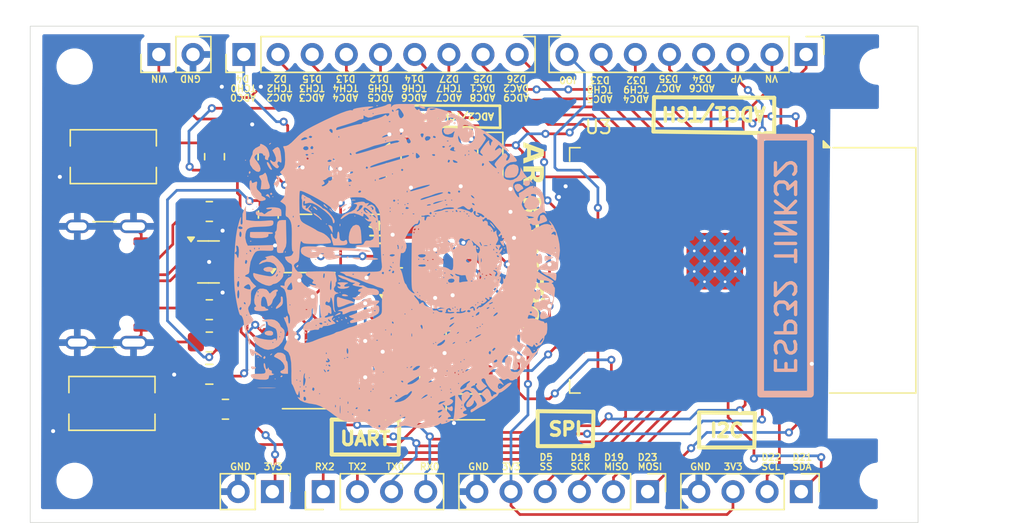
<source format=kicad_pcb>
(kicad_pcb (version 20240108) (generator "pcbnew") (generator_version "8.0")
  (layers (0 "F.Cu" signal) (31 "B.Cu" signal) (34 "B.Paste" user) (35 "F.Paste" user) (36 "B.SilkS" user "B.Silkscreen") (37 "F.SilkS" user "F.Silkscreen") (38 "B.Mask" user) (39 "F.Mask" user) (44 "Edge.Cuts" user))
  (net 0 "")
  (net 1 "GND")
  (net 2 "5V")
  (net 3 "3V3")
  (net 4 "ESP32_EN")
  (net 5 "Net-(D1-A)")
  (net 6 "Net-(D2-A)")
  (net 7 "Net-(D3-A)")
  (net 9 "/D+")
  (net 10 "/D-")
  (net 11 "Net-(J1-CC2)")
  (net 13 "Net-(J1-CC1)")
  (net 14 "SCL")
  (net 15 "SDA")
  (net 16 "VN")
  (net 17 "VP")
  (net 18 "GPIO35{slash}ADC1_7")
  (net 19 "GPIO34{slash}ADC1_6")
  (net 20 "ADC1_4{slash}TCH9")
  (net 21 "ADC1_5{slash}TCH8")
  (net 22 "ESP32_IO0")
  (net 23 "TXD2")
  (net 24 "PRG_RX")
  (net 25 "PRG_TX")
  (net 26 "RXD2")
  (net 27 "ADC2_5{slash}TCH5")
  (net 28 "ADC2_8{slash}DAC1")
  (net 29 "ADC2_0{slash}TCH0")
  (net 30 "ADC2_2{slash}TCH2")
  (net 31 "ADC2_4{slash}TCH4")
  (net 32 "ADC2_9{slash}DAC2")
  (net 33 "ADC2_6{slash}TCH6")
  (net 34 "ADC2_3{slash}TCH3")
  (net 35 "ADC2_7{slash}TCH7")
  (net 36 "SCK")
  (net 37 "MOSI")
  (net 38 "MISO")
  (net 39 "SS")
  (net 40 "Net-(Q1-G)")
  (net 41 "Net-(Q1-S)")
  (footprint "Capacitor_SMD:C_0805_2012Metric_Pad1.18x1.45mm_HandSolder" (layer "F.Cu") (at 91.903422 85.558974)
    (property "Reference" "C2")
    (property "Value" "100nF")
  )
  (footprint "Connector_PinHeader_2.54mm:PinHeader_1x04_P2.54mm_Vertical" (layer "F.Cu") (at 86.283422 101.458974 90)
    (property "Reference" "J4" (hide yes))
    (property "Value" "UART")
  )
  (footprint "Capacitor_Tantalum_SMD:CP_EIA-3216-10_Kemet-I" (layer "F.Cu") (at 98.703422 77.058974 -90)
    (property "Reference" "100uf1")
    (property "Value" "C_Tantalum")
  )
  (footprint "Package_TO_SOT_SMD:SOT-23" (layer "F.Cu") (at 91.903422 93.521474 90)
    (property "Reference" "Q2")
    (property "Value" "BSS138")
  )
  (footprint "Capacitor_SMD:C_0805_2012Metric_Pad1.18x1.45mm_HandSolder" (layer "F.Cu") (at 97.278422 85.658974)
    (property "Reference" "C2")
    (property "Value" "100nF")
  )
  (footprint "Connector_USB:USB_C_Receptacle_GCT_USB4105-xx-A_16P_TopMnt_Horizontal" (layer "F.Cu") (at 69.075922 86.058974 -90)
    (property "Reference" "J1")
    (property "Value" "USB_C_Receptacle_USB2.0_16P")
  )
  (footprint "Connector_PinHeader_2.54mm:PinHeader_1x09_P2.54mm_Vertical" (layer "F.Cu") (at 80.383422 68.958974 90)
    (property "Reference" "J5" (hide yes))
    (property "Value" "ADC/TCH/DAC")
  )
  (footprint "Resistor_SMD:R_0805_2012Metric_Pad1.20x1.40mm_HandSolder" (layer "F.Cu") (at 77.815922 87.933974)
    (property "Reference" "R2")
    (property "Value" "5.1k")
  )
  (footprint "Capacitor_SMD:C_0805_2012Metric_Pad1.18x1.45mm_HandSolder" (layer "F.Cu") (at 92.778422 81.033974 -90)
    (property "Reference" "C5")
    (property "Value" "100nf")
  )
  (footprint "Capacitor_SMD:C_0805_2012Metric_Pad1.18x1.45mm_HandSolder" (layer "F.Cu") (at 82.203422 80.858974 -90)
    (property "Reference" "CP1")
    (property "Value" "10uf")
  )
  (footprint "MountingHole:MountingHole_2.2mm_M2" (layer "F.Cu") (at 127.503422 100.658974 -90)
    (property "Reference" "H4" (hide yes))
    (property "Value" "MountingHole")
  )
  (footprint "Resistor_SMD:R_0805_2012Metric_Pad1.20x1.40mm_HandSolder" (layer "F.Cu") (at 79.015922 95.333974 180)
    (property "Reference" "R11")
    (property "Value" "10k")
  )
  (footprint "LED_SMD:LED_0805_2012Metric_Pad1.15x1.40mm_HandSolder" (layer "F.Cu") (at 97.278422 95.158974)
    (property "Reference" "D2")
    (property "Value" "IO2")
  )
  (footprint "Connector_PinHeader_2.54mm:PinHeader_1x02_P2.54mm_Vertical" (layer "F.Cu") (at 82.503422 101.458974 -90)
    (property "Reference" "J7" (hide yes))
    (property "Value" "3V3")
  )
  (footprint "Capacitor_SMD:C_0805_2012Metric_Pad1.18x1.45mm_HandSolder" (layer "F.Cu") (at 82.178422 76.533974 -90)
    (property "Reference" "C3")
    (property "Value" "100nF")
  )
  (footprint "Button_Switch_SMD:SW_Tactile_SPST_NO_Straight_CK_PTS636Sx25SMTRLFS" (layer "F.Cu") (at 70.578422 94.898974)
    (property "Reference" "SW1")
    (property "Value" "SW_Push")
  )
  (footprint "Resistor_SMD:R_0805_2012Metric_Pad1.20x1.40mm_HandSolder" (layer "F.Cu") (at 78.203422 76.558974 90)
    (property "Reference" "R12")
    (property "Value" "10k")
  )
  (footprint "Capacitor_SMD:C_0805_2012Metric_Pad1.18x1.45mm_HandSolder" (layer "F.Cu") (at 77.815922 92.733974)
    (property "Reference" "C1")
    (property "Value" "100nF")
  )
  (footprint "Connector_PinHeader_2.54mm:PinHeader_1x04_P2.54mm_Vertical" (layer "F.Cu") (at 121.823422 101.458974 -90)
    (property "Reference" "J2" (hide yes))
    (property "Value" "I2C")
  )
  (footprint "Resistor_SMD:R_0805_2012Metric_Pad1.20x1.40mm_HandSolder" (layer "F.Cu") (at 95.703422 80.958974 90)
    (property "Reference" "R6")
    (property "Value" "10k")
  )
  (footprint "Resistor_SMD:R_0805_2012Metric_Pad1.20x1.40mm_HandSolder" (layer "F.Cu") (at 77.815922 90.333974 180)
    (property "Reference" "D1")
    (property "Value" "D_Schottky" (hide yes))
  )
  (footprint "Package_TO_SOT_SMD:SOT-223-3_TabPin2" (layer "F.Cu") (at 87.578422 78.933974 -90)
    (property "Reference" "U4")
    (property "Value" "AMS1117-3.3")
  )
  (footprint "Package_TO_SOT_SMD:SOT-23-6" (layer "F.Cu") (at 77.753422 84.383974)
    (property "Reference" "U1")
    (property "Value" "USBLC6-2SC6")
  )
  (footprint "MountingHole:MountingHole_2.2mm_M2" (layer "F.Cu") (at 67.803422 69.858974 -90)
    (property "Reference" "H1" (hide yes))
    (property "Value" "MountingHole" (hide yes))
  )
  (footprint "Connector_PinHeader_2.54mm:PinHeader_1x06_P2.54mm_Vertical" (layer "F.Cu") (at 110.403422 101.458974 -90)
    (property "Reference" "J6" (hide yes))
    (property "Value" "SPI")
  )
  (footprint "RF_Module:ESP32-WROOM-32" (layer "F.Cu") (at 114.483422 85.008974 -90)
    (property "Reference" "U3")
    (property "Value" "ESP32-WROOM-32")
  )
  (footprint "Resistor_SMD:R_0805_2012Metric_Pad1.20x1.40mm_HandSolder" (layer "F.Cu") (at 77.815922 80.633974)
    (property "Reference" "R1")
    (property "Value" "5.1k")
  )
  (footprint "MountingHole:MountingHole_2.2mm_M2" (layer "F.Cu") (at 67.803422 100.658974 -90)
    (property "Reference" "H2" (hide yes))
    (property "Value" "MountingHole" (hide yes))
  )
  (footprint "Connector_PinHeader_2.54mm:PinHeader_1x02_P2.54mm_Vertical" (layer "F.Cu") (at 74.063422 68.958974 90)
    (property "Reference" "J8" (hide yes))
    (property "Value" "VIN")
  )
  (footprint "Button_Switch_SMD:SW_Tactile_SPST_NO_Straight_CK_PTS636Sx25SMTRLFS" (layer "F.Cu") (at 70.678422 76.558974)
    (property "Reference" "SW2")
    (property "Value" "SW_Push")
  )
  (footprint "Package_SO:SOIC-16_3.9x9.9mm_P1.27mm" (layer "F.Cu") (at 85.203422 90.233974)
    (property "Reference" "U2")
    (property "Value" "CH340C")
  )
  (footprint "Connector_PinHeader_2.54mm:PinHeader_1x08_P2.54mm_Vertical" (layer "F.Cu") (at 122.183422 68.958974 -90)
    (property "Reference" "J3" (hide yes))
    (property "Value" "ADC1/TCH")
  )
  (footprint "MountingHole:MountingHole_2.2mm_M2" (layer "F.Cu") (at 127.503422 69.858974 -90)
    (property "Reference" "H3" (hide yes))
    (property "Value" "MountingHole")
  )
  (footprint "Resistor_SMD:R_0805_2012Metric_Pad1.20x1.40mm_HandSolder" (layer "F.Cu") (at 97.278422 88.158974)
    (property "Reference" "R10")
    (property "Value" "1k")
  )
  (footprint "Resistor_SMD:R_0805_2012Metric_Pad1.20x1.40mm_HandSolder" (layer "F.Cu") (at 95.703422 76.733974 90)
    (property "Reference" "R7")
    (property "Value" "10k")
  )
  (footprint "Capacitor_SMD:C_0805_2012Metric_Pad1.18x1.45mm_HandSolder" (layer "F.Cu") (at 92.803422 76.758974 -90)
    (property "Reference" "CP2")
    (property "Value" "10uf")
  )
  (footprint "Resistor_SMD:R_0805_2012Metric_Pad1.20x1.40mm_HandSolder" (layer "F.Cu") (at 97.278422 92.758974 180)
    (property "Reference" "R5")
    (property "Value" "1k")
  )
  (footprint "Package_TO_SOT_SMD:SOT-23" (layer "F.Cu") (at 91.903422 88.658974)
    (property "Reference" "Q1")
    (property "Value" "BSS138")
  )
  (footprint "LED_SMD:LED_0805_2012Metric_Pad1.15x1.40mm_HandSolder" (layer "F.Cu") (at 97.278422 90.458974)
    (property "Reference" "D3")
    (property "Value" "ESP-PWR")
  )
  (footprint "Capacitor_SMD:C_0805_2012Metric_Pad1.18x1.45mm_HandSolder" (layer "F.Cu") (at 98.703422 81.558974 -90)
    (property "Reference" "C4")
    (property "Value" "0.1uF")
  )
  (footprint "LOGO" (layer "B.Cu") (at 91.64217 84.823974 90)
    (property "Reference" "G***")
    (property "Value" "LOGO" (hide yes))
  )
  (gr_rect (start 122.503422 75.108974) (end 118.803422 94.208974) (stroke (width 0.5)) (fill none) (layer "B.SilkS"))
  (gr_line (start 92.644594 74.304287) (end 92.644594 72.748037) (stroke (width 0.2)) (layer "F.SilkS"))
  (gr_line (start 106.378422 95.523974) (end 102.228422 95.473974) (stroke (width 0.3)) (layer "F.SilkS"))
  (gr_line (start 86.915922 96.098974) (end 86.915922 98.698974) (stroke (width 0.3)) (layer "F.SilkS"))
  (gr_line (start 118.378422 95.623974) (end 118.328422 98.173974) (stroke (width 0.3)) (layer "F.SilkS"))
  (gr_line (start 118.378422 95.623974) (end 114.228422 95.573974) (stroke (width 0.3)) (layer "F.SilkS"))
  (gr_line (start 110.827797 74.690224) (end 110.877797 72.140224) (stroke (width 0.3)) (layer "F.SilkS"))
  (gr_line (start 114.228422 95.573974) (end 114.228422 98.173974) (stroke (width 0.3)) (layer "F.SilkS"))
  (gr_line (start 106.378422 95.523974) (end 106.328422 98.073974) (stroke (width 0.3)) (layer "F.SilkS"))
  (gr_line (start 91.940922 96.148974) (end 86.915922 96.098974) (stroke (width 0.3)) (layer "F.SilkS"))
  (gr_line (start 91.890922 98.698974) (end 86.915922 98.698974) (stroke (width 0.3)) (layer "F.SilkS"))
  (gr_line (start 102.228422 95.473974) (end 102.228422 98.073974) (stroke (width 0.3)) (layer "F.SilkS"))
  (gr_line (start 92.644594 72.748037) (end 99.417251 72.769912) (stroke (width 0.2)) (layer "F.SilkS"))
  (gr_line (start 91.940922 96.148974) (end 91.890922 98.698974) (stroke (width 0.3)) (layer "F.SilkS"))
  (gr_line (start 110.827797 74.690224) (end 119.809047 74.815224) (stroke (width 0.3)) (layer "F.SilkS"))
  (gr_line (start 119.809047 74.777724) (end 119.809047 72.177724) (stroke (width 0.3)) (layer "F.SilkS"))
  (gr_line (start 99.442251 74.413662) (end 99.417251 72.769912) (stroke (width 0.2)) (layer "F.SilkS"))
  (gr_line (start 118.228422 98.173974) (end 114.228422 98.173974) (stroke (width 0.3)) (layer "F.SilkS"))
  (gr_line (start 110.877797 72.140224) (end 119.809047 72.177724) (stroke (width 0.3)) (layer "F.SilkS"))
  (gr_line (start 106.228422 98.073974) (end 102.228422 98.073974) (stroke (width 0.3)) (layer "F.SilkS"))
  (gr_line (start 92.644594 74.304287) (end 99.442251 74.413662) (stroke (width 0.2)) (layer "F.SilkS"))
  (gr_rect (start 64.503422 66.858974) (end 130.503422 103.758974) (stroke (width 0.05)) (fill none) (layer "Edge.Cuts"))
  (gr_text "ESP32 TINK32" (at 119.703422 92.958974 -90) (layer "B.SilkS") (effects (font (size 1.5 1.5) (thickness 0.25) (bold yes)) (justify left bottom mirror)))
  (gr_text "D19" (at 107.103422 99.198974 0) (layer "F.SilkS") (effects (font (size 0.5 0.5) (thickness 0.1)) (justify left bottom)))
  (gr_text "ADC4" (at 110.543422 71.958974 180) (layer "F.SilkS") (effects (font (size 0.5 0.5) (thickness 0.1)) (justify left bottom)))
  (gr_text "D21" (at 121.103422 99.198974 0) (layer "F.SilkS") (effects (font (size 0.5 0.5) (thickness 0.1)) (justify left bottom)))
  (gr_text "SCL" (at 118.803422 99.898974 0) (layer "F.SilkS") (effects (font (size 0.5 0.5) (thickness 0.1)) (justify left bottom)))
  (gr_text "ADC4" (at 88.943422 71.858974 180) (layer "F.SilkS") (effects (font (size 0.5 0.5) (thickness 0.1)) (justify left bottom)))
  (gr_text "D5" (at 102.303422 99.198974 0) (layer "F.SilkS") (effects (font (size 0.5 0.5) (thickness 0.1)) (justify left bottom)))
  (gr_text "3V3" (at 99.503422 99.898974 0) (layer "F.SilkS") (effects (font (size 0.5 0.5) (thickness 0.1)) (justify left bottom)))
  (gr_text "RX2" (at 85.603422 99.898974 0) (layer "F.SilkS") (effects (font (size 0.5 0.5) (thickness 0.1)) (justify left bottom)))
  (gr_text "VN" (at 120.143422 70.458974 180) (layer "F.SilkS") (effects (font (size 0.5 0.5) (thickness 0.1)) (justify left bottom)))
  (gr_text "ADC2" (at 84.043422 71.858974 180) (layer "F.SilkS") (effects (font (size 0.5 0.5) (thickness 0.1)) (justify left bottom)))
  (gr_text "D12" (at 91.243422 70.458974 180) (layer "F.SilkS") (effects (font (size 0.5 0.5) (thickness 0.1)) (justify left bottom)))
  (gr_text "UART" (at 87.415922 98.098974 0) (layer "F.SilkS") (effects (font (size 1 1) (thickness 0.25) (bold yes)) (justify left bottom)))
  (gr_text "D4" (at 80.843422 70.458974 180) (layer "F.SilkS") (effects (font (size 0.5 0.5) (thickness 0.1)) (justify left bottom)))
  (gr_text "ADC0" (at 81.343422 71.858974 180) (layer "F.SilkS") (effects (font (size 0.5 0.5) (thickness 0.1)) (justify left bottom)))
  (gr_text "ADC5" (at 107.843422 71.958974 180) (layer "F.SilkS") (effects (font (size 0.5 0.5) (thickness 0.1)) (justify left bottom)))
  (gr_text "ADC6" (at 115.443422 71.158974 180) (layer "F.SilkS") (effects (font (size 0.5 0.5) (thickness 0.1)) (justify left bottom)))
  (gr_text "TCH3" (at 86.443422 71.158974 180) (layer "F.SilkS") (effects (font (size 0.5 0.5) (thickness 0.1)) (justify left bottom)))
  (gr_text "TX0" (at 90.903422 99.898974 0) (layer "F.SilkS") (effects (font (size 0.5 0.5) (thickness 0.1)) (justify left bottom)))
  (gr_text "TCH4" (at 88.943422 71.158974 180) (layer "F.SilkS") (effects (font (size 0.5 0.5) (thickness 0.1)) (justify left bottom)))
  (gr_text "RX0" (at 93.403422 99.898974 0) (layer "F.SilkS") (effects (font (size 0.5 0.5) (thickness 0.1)) (justify left bottom)))
  (gr_text "ADC7" (at 96.643422 71.858974 180) (layer "F.SilkS") (effects (font (size 0.5 0.5) (thickness 0.1)) (justify left bottom)))
  (gr_text "ADC1/TCH" (at 119.309047 72.777724 180) (layer "F.SilkS") (effects (font (size 1 1) (thickness 0.25) (bold yes)) (justify left bottom)))
  (gr_text "D15" (at 86.243422 70.458974 180) (layer "F.SilkS") (effects (font (size 0.5 0.5) (thickness 0.1)) (justify left bottom)))
  (gr_text "D33" (at 107.643422 70.558974 180) (layer "F.SilkS") (effects (font (size 0.5 0.5) (thickness 0.1)) (justify left bottom)))
  (gr_text "TCH0" (at 81.343422 71.158974 180) (layer "F.SilkS") (effects (font (size 0.5 0.5) (thickness 0.1)) (justify left bottom)))
  (gr_text "TCH7" (at 96.643422 71.158974 180) (layer "F.SilkS") (effects (font (size 0.5 0.5) (thickness 0.1)) (justify left bottom)))
  (gr_text "SPI" (at 102.903422 97.398974 0) (layer "F.SilkS") (effects (font (size 1 1) (thickness 0.25) (bold yes)) (justify left bottom)))
  (gr_text "3V3" (at 81.803422 99.898974 0) (layer "F.SilkS") (effects (font (size 0.5 0.5) (thickness 0.1)) (justify left bottom)))
  (gr_text "ADC3" (at 86.443422 71.858974 180) (layer "F.SilkS") (effects (font (size 0.5 0.5) (thickness 0.1)) (justify left bottom)))
  (gr_text "ADC2/TCH/DAC" (at 99.044594 73.258974 180) (layer "F.SilkS") (effects (font (size 0.5 0.5) (thickness 0.12) (bold yes)) (justify left bottom)))
  (gr_text "D27" (at 96.443422 70.458974 180) (layer "F.SilkS") (effects (font (size 0.5 0.5) (thickness 0.1)) (justify left bottom)))
  (gr_text "TCH5" (at 91.543422 71.158974 180) (layer "F.SilkS") (effects (font (size 0.5 0.5) (thickness 0.1)) (justify left bottom)))
  (gr_text "GND" (at 97.003422 99.898974 0) (layer "F.SilkS") (effects (font (size 0.5 0.5) (thickness 0.1)) (justify left bottom)))
  (gr_text "ADC7" (at 112.943422 71.158974 180) (layer "F.SilkS") (effects (font (size 0.5 0.5) (thickness 0.1)) (justify left bottom)))
  (gr_text "D34" (at 115.243422 70.458974 180) (layer "F.SilkS") (effects (font (size 0.5 0.5) (thickness 0.1)) (justify left bottom)))
  (gr_text "I2C" (at 114.903422 97.498974 0) (layer "F.SilkS") (effects (font (size 1 1) (thickness 0.25) (bold yes)) (justify left bottom)))
  (gr_text "ADC6" (at 94.043422 71.858974 180) (layer "F.SilkS") (effects (font (size 0.5 0.5) (thickness 0.1)) (justify left bottom)))
  (gr_text "D22" (at 118.803422 99.198974 0) (layer "F.SilkS") (effects (font (size 0.5 0.5) (thickness 0.1)) (justify left bottom)))
  (gr_text "ADC5" (at 91.543422 71.858974 180) (layer "F.SilkS") (effects (font (size 0.5 0.5) (thickness 0.1)) (justify left bottom)))
  (gr_text "GND" (at 77.243422 70.458974 180) (layer "F.SilkS") (effects (font (size 0.5 0.5) (thickness 0.1)) (justify left bottom)))
  (gr_text "D2" (at 83.643422 70.458974 180) (layer "F.SilkS") (effects (font (size 0.5 0.5) (thickness 0.1)) (justify left bottom)))
  (gr_text "TCH2" (at 84.043422 71.158974 180) (layer "F.SilkS") (effects (font (size 0.5 0.5) (thickness 0.1)) (justify left bottom)))
  (gr_text "TX2" (at 88.103422 99.898974 0) (layer "F.SilkS") (effects (font (size 0.5 0.5) (thickness 0.1)) (justify left bottom)))
  (gr_text "D26" (at 101.443422 70.458974 180) (layer "F.SilkS") (effects (font (size 0.5 0.5) (thickness 0.1)) (justify left bottom)))
  (gr_text "DAC1" (at 99.143422 71.158974 180) (layer "F.SilkS") (effects (font (size 0.5 0.5) (thickness 0.1)) (justify left bottom)))
  (gr_text "D23" (at 109.603422 99.198974 0) (layer "F.SilkS") (effects (font (size 0.5 0.5) (thickness 0.1)) (justify left bottom)))
  (gr_text "D13" (at 88.743422 70.458974 180) (layer "F.SilkS") (effects (font (size 0.5 0.5) (thickness 0.1)) (justify left bottom)))
  (gr_text "3V3" (at 116.003422 99.898974 0) (layer "F.SilkS") (effects (font (size 0.5 0.5) (thickness 0.1)) (justify left bottom)))
  (gr_text "IO0" (at 105.143422 70.558974 180) (layer "F.SilkS") (effects (font (size 0.5 0.5) (thickness 0.1)) (justify left bottom)))
  (gr_text "MISO" (at 107.103422 99.898974 0) (layer "F.SilkS") (effects (font (size 0.5 0.5) (thickness 0.1)) (justify left bottom)))
  (gr_text "D35" (at 112.743422 70.458974 180) (layer "F.SilkS") (effects (font (size 0.5 0.5) (thickness 0.1)) (justify left bottom)))
  (gr_text "D18" (at 104.603422 99.198974 0) (layer "F.SilkS") (effects (font (size 0.5 0.5) (thickness 0.1)) (justify left bottom)))
  (gr_text "TCH9" (at 110.543422 71.258974 180) (layer "F.SilkS") (effects (font (size 0.5 0.5) (thickness 0.1)) (justify left bottom)))
  (gr_text "GND" (at 79.303422 99.898974 0) (layer "F.SilkS") (effects (font (size 0.5 0.5) (thickness 0.1)) (justify left bottom)))
  (gr_text "TCH8" (at 107.843422 71.258974 180) (layer "F.SilkS") (effects (font (size 0.5 0.5) (thickness 0.1)) (justify left bottom)))
  (gr_text "GND" (at 113.503422 99.898974 0) (layer "F.SilkS") (effects (font (size 0.5 0.5) (thickness 0.1)) (justify left bottom)))
  (gr_text "ADC8" (at 99.143422 71.858974 180) (layer "F.SilkS") (effects (font (size 0.5 0.5) (thickness 0.1)) (justify left bottom)))
  (gr_text "SS" (at 102.303422 99.898974 0) (layer "F.SilkS") (effects (font (size 0.5 0.5) (thickness 0.1)) (justify left bottom)))
  (gr_text "AR RoboTics" (at 100.903422 75.458974 -90) (layer "F.SilkS") (effects (font (size 1.5 1.5) (thickness 0.3) (bold yes)) (justify left bottom)))
  (gr_text "ADC9" (at 101.643422 71.858974 180) (layer "F.SilkS") (effects (font (size 0.5 0.5) (thickness 0.1)) (justify left bottom)))
  (gr_text "MOSI" (at 109.603422 99.898974 0) (layer "F.SilkS") (effects (font (size 0.5 0.5) (thickness 0.1)) (justify left bottom)))
  (gr_text "DAC2" (at 101.643422 71.158974 180) (layer "F.SilkS") (effects (font (size 0.5 0.5) (thickness 0.1)) (justify left bottom)))
  (gr_text "SCK" (at 104.603422 99.898974 0) (layer "F.SilkS") (effects (font (size 0.5 0.5) (thickness 0.1)) (justify left bottom)))
  (gr_text "VIN" (at 74.743422 70.458974 180) (layer "F.SilkS") (effects (font (size 0.5 0.5) (thickness 0.1)) (justify left bottom)))
  (gr_text "TCH6" (at 94.043422 71.158974 180) (layer "F.SilkS") (effects (font (size 0.5 0.5) (thickness 0.1)) (justify left bottom)))
  (gr_text "D25" (at 98.943422 70.458974 180) (layer "F.SilkS") (effects (font (size 0.5 0.5) (thickness 0.1)) (justify left bottom)))
  (gr_text "D14" (at 93.843422 70.458974 180) (layer "F.SilkS") (effects (font (size 0.5 0.5) (thickness 0.1)) (justify left bottom)))
  (gr_text "VP" (at 117.543422 70.458974 180) (layer "F.SilkS") (effects (font (size 0.5 0.5) (thickness 0.1)) (justify left bottom)))
  (gr_text "D32" (at 110.343422 70.558974 180) (layer "F.SilkS") (effects (font (size 0.5 0.5) (thickness 0.1)) (justify left bottom)))
  (gr_text "SDA" (at 121.103422 99.898974 0) (layer "F.SilkS") (effects (font (size 0.5 0.5) (thickness 0.1)) (justify left bottom)))
  (segment (start 104.843422 79.298974) (end 104.303422 78.758974) (width 0.2) (layer "F.Cu") (net 1))
  (segment (start 100.065922 80.521474) (end 98.703422 80.521474) (width 0.2) (layer "F.Cu") (net 1))
  (segment (start 83.673422 85.788974) (end 82.728422 85.788974) (width 0.2) (layer "F.Cu") (net 1))
  (segment (start 95.703422 77.958974) (end 96.503422 78.758974) (width 0.2) (layer "F.Cu") (net 1))
  (segment (start 80.843422 72.158974) (end 81.643422 71.358974) (width 0.2) (layer "F.Cu") (net 1))
  (segment (start 66.803422 77.958974) (end 66.703422 78.058974) (width 0.2) (layer "F.Cu") (net 1))
  (segment (start 96.253422 95.158974) (end 96.253422 96.108974) (width 0.2) (layer "F.Cu") (net 1))
  (segment (start 122.733422 76.258974) (end 122.733422 74.688974) (width 0.2) (layer "F.Cu") (net 1))
  (segment (start 104.973422 79.298974) (end 104.843422 79.298974) (width 0.2) (layer "F.Cu") (net 1))
  (segment (start 92.778422 79.996474) (end 92.778422 78.883974) (width 0.2) (layer "F.Cu") (net 1))
  (segment (start 122.733422 93.758974) (end 122.733422 92.088974) (width 0.2) (layer "F.Cu") (net 1))
  (segment (start 92.803422 77.796474) (end 92.803422 78.858974) (width 0.2) (layer "F.Cu") (net 1))
  (segment (start 96.003422 90.458974) (end 95.303422 91.158974) (width 0.2) (layer "F.Cu") (net 1))
  (segment (start 78.815922 82.046474) (end 78.803422 82.058974) (width 0.2) (layer "F.Cu") (net 1))
  (segment (start 66.203422 95.158974) (end 66.203422 96.958974) (width 0.2) (layer "F.Cu") (net 1))
  (segment (start 96.253422 90.458974) (end 96.003422 90.458974) (width 0.2) (layer "F.Cu") (net 1))
  (segment (start 91.203422 74.898974) (end 90.763422 74.898974) (width 0.2) (layer "F.Cu") (net 1))
  (segment (start 122.733422 92.088974) (end 122.603422 91.958974) (width 0.2) (layer "F.Cu") (net 1))
  (segment (start 122.733422 74.688974) (end 122.703422 74.658974) (width 0.2) (layer "F.Cu") (net 1))
  (segment (start 90.865922 85.558974) (end 89.503422 85.558974) (width 0.2) (layer "F.Cu") (net 1))
  (segment (start 95.903422 86.858974) (end 96.240922 86.521474) (width 0.2) (layer "F.Cu") (net 1))
  (segment (start 72.755922 89.803974) (end 72.180922 90.378974) (width 0.2) (layer "F.Cu") (net 1))
  (segment (start 78.815922 86.671474) (end 78.803422 86.658974) (width 0.2) (layer "F.Cu") (net 1))
  (segment (start 75.228422 92.733974) (end 75.203422 92.758974) (width 0.2) (layer "F.Cu") (net 1))
  (segment (start 76.778422 92.733974) (end 75.228422 92.733974) (width 0.2) (layer "F.Cu") (net 1))
  (segment (start 82.178422 75.333974) (end 81.003422 74.158974) (width 0.2) (layer "F.Cu") (net 1))
  (segment (start 96.703422 82.958974) (end 95.703422 81.958974) (width 0.2) (layer "F.Cu") (net 1))
  (segment (start 103.803422 79.558974) (end 104.063422 79.298974) (width 0.2) (layer "F.Cu") (net 1))
  (segment (start 79.543422 72.158974) (end 80.843422 72.158974) (width 0.2) (layer "F.Cu") (net 1))
  (segment (start 76.615922 84.383974) (end 78.890922 84.383974) (width 0.2) (layer "F.Cu") (net 1))
  (segment (start 78.815922 80.633974) (end 78.815922 82.046474) (width 0.2) (layer "F.Cu") (net 1))
  (segment (start 78.743422 71.358974) (end 79.543422 72.158974) (width 0.2) (layer "F.Cu") (net 1))
  (segment (start 82.203422 81.896474) (end 82.203422 82.658974) (width 0.2) (layer "F.Cu") (net 1))
  (segment (start 78.815922 87.933974) (end 78.815922 86.671474) (width 0.2) (layer "F.Cu") (net 1))
  (segment (start 90.763422 74.898974) (end 89.878422 75.783974) (width 0.2) (layer "F.Cu") (net 1))
  (segment (start 104.063422 79.298974) (end 104.973422 79.298974) (width 0.2) (layer "F.Cu") (net 1))
  (segment (start 66.403422 94.958974) (end 66.203422 95.158974) (width 0.2) (layer "F.Cu") (net 1))
  (segment (start 96.240922 86.521474) (end 96.240922 85.658974) (width 0.2) (layer "F.Cu") (net 1))
  (segment (start 66.803422 76.558974) (end 66.803422 77.958974) (width 0.2) (layer "F.Cu") (net 1))
  (segment (start 84.503422 85.758974) (end 83.703422 85.758974) (width 0.2) (layer "F.Cu") (net 1))
  (segment (start 95.703422 77.733974) (end 95.703422 77.958974) (width 0.2) (layer "F.Cu") (net 1))
  (segment (start 83.703422 85.758974) (end 83.673422 85.788974) (width 0.2) (layer "F.Cu") (net 1))
  (segment (start 72.755922 82.858974) (end 72.755922 82.313974) (width 0.2) (layer "F.Cu") (net 1))
  (segment (start 82.203422 82.658974) (end 82.703422 83.158974) (width 0.2) (layer "F.Cu") (net 1))
  (segment (start 99.653422 78.408974) (end 100.203422 78.958974) (width 0.2) (layer "F.Cu") (net 1))
  (segment (start 72.755922 82.313974) (end 72.180922 81.738974) (width 0.2) (layer "F.Cu") (net 1))
  (segment (start 100.203422 80.658974) (end 100.065922 80.521474) (width 0.2) (layer "F.Cu") (net 1))
  (segment (start 82.178422 75.496474) (end 82.178422 75.333974) (width 0.2) (layer "F.Cu") (net 1))
  (segment (start 72.755922 89.258974) (end 72.755922 89.803974) (width 0.2) (layer "F.Cu") (net 1))
  (segment (start 98.703422 78.408974) (end 99.653422 78.408974) (width 0.2) (layer "F.Cu") (net 1))
  (segment (start 92.778422 78.883974) (end 92.803422 78.858974) (width 0.2) (layer "F.Cu") (net 1))
  (segment (start 96.253422 96.108974) (end 96.003422 96.358974) (width 0.2) (layer "F.Cu") (net 1))
  (via (at 75.203422 92.758974) (size 0.6) (drill 0.3) (layers "F.Cu" "B.Cu") (net 1))
  (via (at 96.003422 96.358974) (size 0.6) (drill 0.3) (layers "F.Cu" "B.Cu") (net 1))
  (via (at 78.803422 82.058974) (size 0.6) (drill 0.3) (layers "F.Cu" "B.Cu") (net 1))
  (via (at 92.803422 78.858974) (size 0.6) (drill 0.3) (layers "F.Cu" "B.Cu") (net 1))
  (via (at 77.803422 84.383974) (size 0.6) (drill 0.3) (layers "F.Cu" "B.Cu") (net 1))
  (via (at 66.203422 96.958974) (size 0.6) (drill 0.3) (layers "F.Cu" "B.Cu") (net 1))
  (via (at 96.503422 78.758974) (size 0.6) (drill 0.3) (layers "F.Cu" "B.Cu") (net 1))
  (via (at 122.603422 91.958974) (size 0.6) (drill 0.3) (layers "F.Cu" "B.Cu") (net 1))
  (via (at 100.203422 80.658974) (size 0.6) (drill 0.3) (layers "F.Cu" "B.Cu") (net 1))
  (via (at 104.303422 78.758974) (size 0.6) (drill 0.3) (layers "F.Cu" "B.Cu") (net 1))
  (via (at 66.703422 78.058974) (size 0.6) (drill 0.3) (layers "F.Cu" "B.Cu") (net 1))
  (via (at 100.203422 78.958974) (size 0.6) (drill 0.3) (layers "F.Cu" "B.Cu") (net 1))
  (via (at 82.703422 83.158974) (size 0.6) (drill 0.3) (layers "F.Cu" "B.Cu") (net 1))
  (via (at 78.803422 86.658974) (size 0.6) (drill 0.3) (layers "F.Cu" "B.Cu") (net 1))
  (via (at 81.643422 71.358974) (size 0.6) (drill 0.3) (layers "F.Cu" "B.Cu") (net 1))
  (via (at 95.903422 86.858974) (size 0.6) (drill 0.3) (layers "F.Cu" "B.Cu") (net 1))
  (via (at 78.743422 71.358974) (size 0.6) (drill 0.3) (layers "F.Cu" "B.Cu") (net 1))
  (via (at 81.003422 74.158974) (size 0.6) (drill 0.3) (layers "F.Cu" "B.Cu") (net 1))
  (via (at 96.703422 82.958974) (size 0.6) (drill 0.3) (layers "F.Cu" "B.Cu") (net 1))
  (via (at 91.203422 74.898974) (size 0.6) (drill 0.3) (layers "F.Cu" "B.Cu") (net 1))
  (via (at 95.303422 91.158974) (size 0.6) (drill 0.3) (layers "F.Cu" "B.Cu") (net 1))
  (via (at 122.703422 74.658974) (size 0.6) (drill 0.3) (layers "F.Cu" "B.Cu") (net 1))
  (via (at 103.803422 79.558974) (size 0.6) (drill 0.3) (layers "F.Cu" "B.Cu") (net 1))
  (via (at 89.503422 85.558974) (size 0.6) (drill 0.3) (layers "F.Cu" "B.Cu") (net 1))
  (via (at 84.503422 85.758974) (size 0.6) (drill 0.3) (layers "F.Cu" "B.Cu") (net 1))
  (segment (start 82.355922 77.571474) (end 82.178422 77.571474) (width 0.2) (layer "F.Cu") (net 2))
  (segment (start 85.278422 75.783974) (end 85.278422 76.823974) (width 0.2) (layer "F.Cu") (net 2))
  (segment (start 78.815922 90.333974) (end 78.815922 90.446474) (width 0.2) (layer "F.Cu") (net 2))
  (segment (start 82.178422 79.796474) (end 82.178422 79.896474) (width 0.2) (layer "F.Cu") (net 2))
  (segment (start 79.503422 73.758974) (end 80.403422 74.658974) (width 0.2) (layer "F.Cu") (net 2))
  (segment (start 80.403422 76.558974) (end 80.503422 76.658974) (width 0.2) (layer "F.Cu") (net 2))
  (segment (start 80.403422 74.658974) (end 80.403422 76.558974) (width 0.2) (layer "F.Cu") (net 2))
  (segment (start 80.403422 76.558974) (end 80.403422 78.021474) (width 0.2) (layer "F.Cu") (net 2))
  (segment (start 85.278422 76.823974) (end 84.743422 77.358974) (width 0.2) (layer "F.Cu") (net 2))
  (segment (start 78.815922 90.446474) (end 77.803422 91.458974) (width 0.2) (layer "F.Cu") (net 2))
  (segment (start 80.503422 76.658974) (end 81.153422 77.308974) (width 0.2) (layer "F.Cu") (net 2))
  (segment (start 84.743422 77.358974) (end 84.643422 77.458974) (width 0.2) (layer "F.Cu") (net 2))
  (segment (start 74.063422 70.918974) (end 76.903422 73.758974) (width 0.2) (layer "F.Cu") (net 2))
  (segment (start 80.403422 78.021474) (end 82.178422 79.796474) (width 0.2) (layer "F.Cu") (net 2))
  (segment (start 83.443422 78.658974) (end 82.355922 77.571474) (width 0.2) (layer "F.Cu") (net 2))
  (segment (start 74.063422 68.958974) (end 74.063422 70.918974) (width 0.2) (layer "F.Cu") (net 2))
  (segment (start 81.415922 77.571474) (end 82.178422 77.571474) (width 0.2) (layer "F.Cu") (net 2))
  (segment (start 81.153422 77.308974) (end 81.415922 77.571474) (width 0.2) (layer "F.Cu") (net 2))
  (segment (start 76.903422 73.758974) (end 79.503422 73.758974) (width 0.2) (layer "F.Cu") (net 2))
  (segment (start 80.840922 79.821474) (end 80.803422 79.858974) (width 0.2) (layer "F.Cu") (net 2))
  (segment (start 82.203422 79.821474) (end 80.840922 79.821474) (width 0.2) (layer "F.Cu") (net 2))
  (via (at 80.803422 79.858974) (size 0.6) (drill 0.3) (layers "F.Cu" "B.Cu") (net 2))
  (via (at 83.443422 78.658974) (size 0.6) (drill 0.3) (layers "F.Cu" "B.Cu") (net 2))
  (via (at 77.803422 91.458974) (size 0.6) (drill 0.3) (layers "F.Cu" "B.Cu") (net 2))
  (via (at 84.743422 77.358974) (size 0.6) (drill 0.3) (layers "F.Cu" "B.Cu") (net 2))
  (segment (start 80.003422 79.058974) (end 80.803422 79.858974) (width 0.2) (layer "B.Cu") (net 2))
  (segment (start 74.703422 88.758974) (end 74.703422 79.758974) (width 0.2) (layer "B.Cu") (net 2))
  (segment (start 84.743422 77.358974) (end 83.443422 78.658974) (width 0.2) (layer "B.Cu") (net 2))
  (segment (start 74.703422 79.758974) (end 75.403422 79.058974) (width 0.2) (layer "B.Cu") (net 2))
  (segment (start 77.403422 91.458974) (end 74.703422 88.758974) (width 0.2) (layer "B.Cu") (net 2))
  (segment (start 75.403422 79.058974) (end 80.003422 79.058974) (width 0.2) (layer "B.Cu") (net 2))
  (segment (start 77.803422 91.458974) (end 77.403422 91.458974) (width 0.2) (layer "B.Cu") (net 2))
  (segment (start 118.191989 74.093094) (end 118.726109 73.558974) (width 0.2) (layer "F.Cu") (net 3))
  (segment (start 101.403422 88.158974) (end 98.278422 88.158974) (width 0.2) (layer "F.Cu") (net 3))
  (segment (start 87.578422 82.083974) (end 87.578422 84.858974) (width 0.2) (layer "F.Cu") (net 3))
  (segment (start 78.990922 92.871474) (end 78.853422 92.733974) (width 0.2) (layer "F.Cu") (net 3))
  (segment (start 87.578422 82.083974) (end 87.578422 79.993974) (width 0.2) (layer "F.Cu") (net 3))
  (segment (start 116.743422 101.458974) (end 116.743422 102.718974) (width 0.2) (layer "F.Cu") (net 3))
  (segment (start 101.503422 93.458974) (end 101.503422 88.058974) (width 0.2) (layer "F.Cu") (net 3))
  (segment (start 86.703423 85.788974) (end 87.678422 85.788974) (width 0.2) (layer "F.Cu") (net 3))
  (segment (start 85.533423 86.958974) (end 86.703423 85.788974) (width 0.2) (layer "F.Cu") (net 3))
  (segment (start 121.463422 73.618974) (end 121.403422 73.558974) (width 0.2) (layer "F.Cu") (net 3))
  (segment (start 92.565922 75.721474) (end 92.803422 75.721474) (width 0.2) (layer "F.Cu") (net 3))
  (segment (start 92.103422 74.598974) (end 91.163422 73.658974) (width 0.2) (layer "F.Cu") (net 3))
  (segment (start 101.103422 76.208974) (end 101.103422 81.958974) (width 0.2) (layer "F.Cu") (net 3))
  (segment (start 92.003422 74.698974) (end 92.003422 75.158974) (width 0.2) (layer "F.Cu") (net 3))
  (segment (start 102.803422 74.858974) (end 104.503422 74.858974) (width 0.2) (layer "F.Cu") (net 3))
  (segment (start 100.603422 75.708974) (end 98.703422 75.708974) (width 0.2) (layer "F.Cu") (net 3))
  (segment (start 101.103422 81.958974) (end 100.465922 82.596474) (width 0.2) (layer "F.Cu") (net 3))
  (segment (start 87.578422 85.688974) (end 87.678422 85.788974) (width 0.2) (layer "F.Cu") (net 3))
  (segment (start 80.190922 92.871474) (end 78.990922 92.871474) (width 0.2) (layer "F.Cu") (net 3))
  (segment (start 80.003422 93.883974) (end 80.003422 94.258974) (width 0.2) (layer "F.Cu") (net 3))
  (segment (start 80.015922 94.271474) (end 80.015922 95.333974) (width 0.2) (layer "F.Cu") (net 3))
  (segment (start 87.578422 75.783974) (end 87.578422 74.833974) (width 0.2) (layer "F.Cu") (net 3))
  (segment (start 100.465922 82.596474) (end 98.703422 82.596474) (width 0.2) (layer "F.Cu") (net 3))
  (segment (start 87.578422 77.423974) (end 87.543422 77.458974) (width 0.2) (layer "F.Cu") (net 3))
  (segment (start 81.768422 89.598974) (end 82.728422 89.598974) (width 0.2) (layer "F.Cu") (net 3))
  (segment (start 85.703422 72.958974) (end 78.003422 72.958974) (width 0.2) (layer "F.Cu") (net 3))
  (segment (start 87.578422 75.783974) (end 87.578422 77.423974) (width 0.2) (layer "F.Cu") (net 3))
  (segment (start 76.603422 77.558974) (end 76.353422 77.308974) (width 0.2) (layer "F.Cu") (net 3))
  (segment (start 92.103422 74.598974) (end 92.003422 74.698974) (width 0.2) (layer "F.Cu") (net 3))
  (segment (start 88.453422 82.958974) (end 91.890922 82.958974) (width 0.2) (layer "F.Cu") (net 3))
  (segment (start 100.903422 103.158974) (end 100.243422 102.498974) (width 0.2) (layer "F.Cu") (net 3))
  (segment (start 98.703422 75.708974) (end 97.753422 75.708974) (width 0.2) (layer "F.Cu") (net 3))
  (segment (start 101.503422 88.058974) (end 101.403422 88.158974) (width 0.2) (layer "F.Cu") (net 3))
  (segment (start 103.103422 85.858974) (end 101.503422 87.458974) (width 0.2) (layer "F.Cu") (net 3))
  (segment (start 100.243422 102.498974) (end 100.243422 101.458974) (width 0.2) (layer "F.Cu") (net 3))
  (segment (start 116.743422 102.718974) (end 116.303422 103.158974) (width 0.2) (layer "F.Cu") (net 3))
  (segment (start 78.003422 72.958974) (end 77.803422 72.958974) (width 0.2) (layer "F.Cu") (net 3))
  (segment (start 87.578422 84.858974) (end 87.578422 85.688974) (width 0.2) (layer "F.Cu") (net 3))
  (segment (start 97.753422 75.708974) (end 97.303422 75.258974) (width 0.2) (layer "F.Cu") (net 3))
  (segment (start 76.353422 77.308974) (end 76.303422 77.258974) (width 0.2) (layer "F.Cu") (net 3))
  (segment (start 97.303422 75.258974) (end 97.203422 75.158974) (width 0.2) (layer "F.Cu") (net 3))
  (segment (start 81.228422 89.058974) (end 81.768422 89.598974) (width 0.2) (layer "F.Cu") (net 3))
  (segment (start 103.103422 84.558974) (end 103.103422 85.858974) (width 0.2) (layer "F.Cu") (net 3))
  (segment (start 121.463422 76.258974) (end 121.463422 73.618974) (width 0.2) (layer "F.Cu") (net 3))
  (segment (start 78.203422 77.558974) (end 76.603422 77.558974) (width 0.2) (layer "F.Cu") (net 3))
  (segment (start 104.503422 74.858974) (end 104.603422 74.758974) (width 0.2) (layer "F.Cu") (net 3))
  (segment (start 87.578422 74.683974) (end 87.578422 75.783974) (width 0.2) (layer "F.Cu") (net 3))
  (segment (start 85.503422 86.958974) (end 85.533423 86.958974) (width 0.2) (layer "F.Cu") (net 3))
  (segment (start 88.603422 73.658974) (end 87.578422 74.683974) (width 0.2) (layer "F.Cu") (net 3))
  (segment (start 80.003422 94.258974) (end 80.015922 94.271474) (width 0.2) (layer "F.Cu") (net 3))
  (segment (start 87.578422 79.993974) (end 87.543422 79.958974) (width 0.2) (layer "F.Cu") (net 3))
  (segment (start 81.940922 97.258974) (end 82.003422 97.258974) (width 0.2) (layer "F.Cu") (net 3))
  (segment (start 82.703422 98.698974) (end 82.703422 101.258974) (width 0.2) (layer "F.Cu") (net 3))
  (segment (start 91.163422 73.658974) (end 88.603422 73.658974) (width 0.2) (layer "F.Cu") (net 3))
  (segment (start 91.890922 82.958974) (end 92.778422 82.071474) (width 0.2) (layer "F.Cu") (net 3))
  (segment (start 101.503422 87.458974) (end 101.503422 88.158974) (width 0.2) (layer "F.Cu") (net 3))
  (segment (start 80.015922 95.333974) (end 81.940922 97.258974) (width 0.2) (layer "F.Cu") (net 3))
  (segment (start 78.853422 92.733974) (end 80.003422 93.883974) (width 0.2) (layer "F.Cu") (net 3))
  (segment (start 87.578422 74.833974) (end 85.703422 72.958974) (width 0.2) (layer "F.Cu") (net 3))
  (segment (start 92.003422 75.158974) (end 92.565922 75.721474) (width 0.2) (layer "F.Cu") (net 3))
  (segment (start 118.726109 73.558974) (end 119.603422 73.558974) (width 0.2) (layer "F.Cu") (net 3))
  (segment (start 82.703422 101.258974) (end 82.503422 101.458974) (width 0.2) (layer "F.Cu") (net 3))
  (segment (start 80.403422 92.658974) (end 80.190922 92.871474) (width 0.2) (layer "F.Cu") (net 3))
  (segment (start 83.943422 89.598974) (end 82.728422 89.598974) (width 0.2) (layer "F.Cu") (net 3))
  (segment (start 87.578422 82.083974) (end 88.453422 82.958974) (width 0.2) (layer "F.Cu") (net 3))
  (segment (start 84.303422 89.958974) (end 83.943422 89.598974) (width 0.2) (layer "F.Cu") (net 3))
  (segment (start 116.303422 103.158974) (end 100.903422 103.158974) (width 0.2) (layer "F.Cu") (net 3))
  (segment (start 100.603422 75.708974) (end 101.103422 76.208974) (width 0.2) (layer "F.Cu") (net 3))
  (via (at 103.103422 84.558974) (size 0.6) (drill 0.3) (layers "F.Cu" "B.Cu") (net 3))
  (via (at 87.543422 77.458974) (size 0.6) (drill 0.3) (layers "F.Cu" "B.Cu") (net 3))
  (via (at 82.703422 98.698974) (size 0.6) (drill 0.3) (layers "F.Cu" "B.Cu") (net 3))
  (via (at 97.303422 75.258974) (size 0.6) (drill 0.3) (layers "F.Cu" "B.Cu") (net 3))
  (via (at 100.603422 75.708974) (size 0.6) (drill 0.3) (layers "F.Cu" "B.Cu") (net 3))
  (via (at 104.603422 74.758974) (size 0.6) (drill 0.3) (layers "F.Cu" "B.Cu") (net 3))
  (via (at 76.353422 77.308974) (size 0.6) (drill 0.3) (layers "F.Cu" "B.Cu") (net 3))
  (via (at 78.003422 72.958974) (size 0.6) (drill 0.3) (layers "F.Cu" "B.Cu") (net 3))
  (via (at 100.465922 82.596474) (size 0.6) (drill 0.3) (layers "F.Cu" "B.Cu") (net 3))
  (via (at 84.303422 89.958974) (size 0.6) (drill 0.3) (layers "F.Cu" "B.Cu") (net 3))
  (via (at 80.403422 92.658974) (size 0.6) (drill 0.3) (layers "F.Cu" "B.Cu") (net 3))
  (via (at 85.503422 86.958974) (size 0.6) (drill 0.3) (layers "F.Cu" "B.Cu") (net 3))
  (via (at 81.228422 89.058974) (size 0.6) (drill 0.3) (layers "F.Cu" "B.Cu") (net 3))
  (via (at 87.578422 79.993974) (size 0.6) (drill 0.3) (layers "F.Cu" "B.Cu") (net 3))
  (via (at 101.503422 93.458974) (size 0.6) (drill 0.3) (layers "F.Cu" "B.Cu") (net 3))
  (via (at 119.603422 73.558974) (size 0.6) (drill 0.3) (layers "F.Cu" "B.Cu") (net 3))
  (via (at 82.003422 97.258974) (size 0.6) (drill 0.3) (layers "F.Cu" "B.Cu") (net 3))
  (via (at 92.103422 74.598974) (size 0.6) (drill 0.3) (layers "F.Cu" "B.Cu") (net 3))
  (via (at 102.803422 74.858974) (size 0.6) (drill 0.3) (layers "F.Cu" "B.Cu") (net 3))
  (via (at 121.403422 73.558974) (size 0.6) (drill 0.3) (layers "F.Cu" "B.Cu") (net 3))
  (via (at 118.191989 74.093094) (size 0.6) (drill 0.3) (layers "F.Cu" "B.Cu") (net 3))
  (segment (start 97.303422 74.358974) (end 97.303422 75.258974) (width 0.2) (layer "B.Cu") (net 3))
  (segment (start 121.403422 73.558974) (end 119.603422 73.558974) (width 0.2) (layer "B.Cu") (net 3))
  (segment (start 85.403422 88.558974) (end 85.403422 87.058974) (width 0.2) (layer "B.Cu") (net 3))
  (segment (start 82.703422 97.958974) (end 82.003422 97.258974) (width 0.2) (layer "B.Cu") (net 3))
  (segment (start 118.191989 74.093094) (end 117.857869 73.758974) (width 0.2) (layer "B.Cu") (net 3))
  (segment (start 84.303422 89.958974) (end 84.303422 89.658974) (width 0.2) (layer "B.Cu") (net 3))
  (segment (start 103.103422 83.858974) (end 103.103422 84.558974) (width 0.2) (layer "B.Cu") (net 3))
  (segment (start 92.943422 73.758974) (end 96.703422 73.758974) (width 0.2) (layer "B.Cu") (net 3))
  (segment (start 96.703422 73.758974) (end 97.303422 74.358974) (width 0.2) (layer "B.Cu") (net 3))
  (segment (start 85.403422 87.058974) (end 85.503422 86.958974) (width 0.2) (layer "B.Cu") (net 3))
  (segment (start 101.503422 95.758974) (end 100.243422 97.018974) (width 0.2) (layer "B.Cu") (net 3))
  (segment (start 84.303422 89.658974) (end 85.403422 88.558974) (width 0.2) (layer "B.Cu") (net 3))
  (segment (start 82.703422 98.698974) (end 82.703422 97.958974) (width 0.2) (layer "B.Cu") (net 3))
  (segment (start 92.103422 74.598974) (end 92.943422 73.758974) (width 0.2) (layer "B.Cu") (net 3))
  (segment (start 101.503422 93.458974) (end 101.503422 95.758974) (width 0.2) (layer "B.Cu") (net 3))
  (segment (start 100.465922 82.596474) (end 101.840922 82.596474) (width 0.2) (layer "B.Cu") (net 3))
  (segment (start 105.603422 73.758974) (end 104.603422 74.758974) (width 0.2) (layer "B.Cu") (net 3))
  (segment (start 101.840922 82.596474) (end 103.103422 83.858974) (width 0.2) (layer "B.Cu") (net 3))
  (segment (start 87.543422 79.958974) (end 87.578422 79.993974) (width 0.2) (layer "B.Cu") (net 3))
  (segment (start 101.453422 74.858974) (end 102.803422 74.858974) (width 0.2) (layer "B.Cu") (net 3))
  (segment (start 100.603422 75.708974) (end 101.453422 74.858974) (width 0.2) (layer "B.Cu") (net 3))
  (segment (start 78.003422 72.958974) (end 76.303422 74.658974) (width 0.2) (layer "B.Cu") (net 3))
  (segment (start 76.303422 77.258974) (end 76.353422 77.308974) (width 0.2) (layer "B.Cu") (net 3))
  (segment (start 81.228422 89.058974) (end 80.603422 89.683974) (width 0.2) (layer "B.Cu") (net 3))
  (segment (start 117.857869 73.758974) (end 105.603422 73.758974) (width 0.2) (layer "B.Cu") (net 3))
  (segment (start 80.603422 92.458974) (end 80.403422 92.658974) (width 0.2) (layer "B.Cu") (net 3))
  (segment (start 76.303422 74.658974) (end 76.303422 77.258974) (width 0.2) (layer "B.Cu") (net 3))
  (segment (start 80.603422 89.683974) (end 80.603422 92.458974) (width 0.2) (layer "B.Cu") (net 3))
  (segment (start 100.243422 97.018974) (end 100.243422 101.458974) (width 0.2) (layer "B.Cu") (net 3))
  (segment (start 87.543422 77.458974) (end 87.543422 79.958974) (width 0.2) (layer "B.Cu") (net 3))
  (segment (start 120.303422 71.858974) (end 120.303422 76.148974) (width 0.2) (layer "F.Cu") (net 4))
  (segment (start 79.903422 79.258974) (end 79.903422 76.558974) (width 0.2) (layer "F.Cu") (net 4))
  (segment (start 120.193422 77.208974) (end 119.343422 78.058974) (width 0.2) (layer "F.Cu") (net 4))
  (segment (start 97.703422 84.258974) (end 93.903422 84.258974) (width 0.2) (layer "F.Cu") (net 4))
  (segment (start 101.703422 78.358974) (end 101.703422 84.358974) (width 0.2) (layer "F.Cu") (net 4))
  (segment (start 86.103422 83.958974) (end 81.803422 83.958974) (width 0.2) (layer "F.Cu") (net 4))
  (segment (start 93.803422 84.358974) (end 92.840922 85.321474) (width 0.2) (layer "F.Cu") (net 4))
  (segment (start 81.803422 83.958974) (end 80.103422 82.258974) (width 0.2) (layer "F.Cu") (net 4))
  (segment (start 119.343422 78.058974) (end 102.003422 78.058974) (width 0.2) (layer "F.Cu") (net 4))
  (segment (start 89.203422 83.958974) (end 93.403422 83.958974) (width 0.2) (layer "F.Cu") (net 4))
  (segment (start 102.003422 78.058974) (end 101.703422 78.358974) (width 0.2) (layer "F.Cu") (net 4))
  (segment (start 122.183422 69.978974) (end 120.303422 71.858974) (width 0.2) (layer "F.Cu") (net 4))
  (segment (start 120.303422 76.148974) (end 120.193422 76.258974) (width 0.2) (layer "F.Cu") (net 4))
  (segment (start 98.315922 84.871474) (end 97.703422 84.258974) (width 0.2) (layer "F.Cu") (net 4))
  (segment (start 75.578422 75.533974) (end 74.553422 76.558974) (width 0.2) (layer "F.Cu") (net 4))
  (segment (start 78.203422 75.558974) (end 78.178422 75.533974) (width 0.2) (layer "F.Cu") (net 4))
  (segment (start 78.903422 75.558974) (end 78.203422 75.558974) (width 0.2) (layer "F.Cu") (net 4))
  (segment (start 98.315922 85.658974) (end 98.315922 84.871474) (width 0.2) (layer "F.Cu") (net 4))
  (segment (start 78.703422 75.558974) (end 78.203422 75.558974) (width 0.2) (layer "F.Cu") (net 4))
  (segment (start 80.103422 82.258974) (end 80.103422 79.458974) (width 0.2) (layer "F.Cu") (net 4))
  (segment (start 78.178422 75.533974) (end 75.578422 75.533974) (width 0.2) (layer "F.Cu") (net 4))
  (segment (start 80.103422 79.458974) (end 79.903422 79.258974) (width 0.2) (layer "F.Cu") (net 4))
  (segment (start 92.840922 85.321474) (end 92.840922 88.658974) (width 0.2) (layer "F.Cu") (net 4))
  (segment (start 120.193422 76.258974) (end 120.193422 77.208974) (width 0.2) (layer "F.Cu") (net 4))
  (segment (start 100.403422 85.658974) (end 98.315922 85.658974) (width 0.2) (layer "F.Cu") (net 4))
  (segment (start 79.903422 76.558974) (end 78.903422 75.558974) (width 0.2) (layer "F.Cu") (net 4))
  (segment (start 93.903422 84.258974) (end 93.803422 84.358974) (width 0.2) (layer "F.Cu") (net 4))
  (segment (start 101.703422 84.358974) (end 100.403422 85.658974) (width 0.2) (layer "F.Cu") (net 4))
  (segment (start 122.183422 68.958974) (end 122.183422 69.978974) (width 0.2) (layer "F.Cu") (net 4))
  (segment (start 93.403422 83.958974) (end 93.803422 84.358974) (width 0.2) (layer "F.Cu") (net 4))
  (via (at 86.103422 83.958974) (size 0.6) (drill 0.3) (layers "F.Cu" "B.Cu") (net 4))
  (via (at 89.203422 83.958974) (size 0.6) (drill 0.3) (layers "F.Cu" "B.Cu") (net 4))
  (segment (start 89.203422 83.958974) (end 86.103422 83.958974) (width 0.2) (layer "B.Cu") (net 4))
  (segment (start 71.203422 84.373974) (end 71.203422 87.458974) (width 0.1) (layer "F.Cu") (net 5))
  (segment (start 75.428422 90.333974) (end 76.815922 90.333974) (width 0.2) (layer "F.Cu") (net 5))
  (segment (start 72.203422 88.458974) (end 72.755922 88.458974) (width 0.1) (layer "F.Cu") (net 5))
  (segment (start 75.403422 90.358974) (end 75.428422 90.333974) (width 0.2) (layer "F.Cu") (net 5))
  (segment (start 73.303422 88.458974) (end 75.203422 90.358974) (width 0.2) (layer "F.Cu") (net 5))
  (segment (start 72.555922 83.858974) (end 71.718422 83.858974) (width 0.1) (layer "F.Cu") (net 5))
  (segment (start 71.718422 83.858974) (end 71.203422 84.373974) (width 0.1) (layer "F.Cu") (net 5))
  (segment (start 75.203422 90.358974) (end 75.403422 90.358974) (width 0.2) (layer "F.Cu") (net 5))
  (segment (start 72.755922 88.458974) (end 73.303422 88.458974) (width 0.2) (layer "F.Cu") (net 5))
  (segment (start 72.755922 83.658974) (end 72.555922 83.858974) (width 0.2) (layer "F.Cu") (net 5))
  (segment (start 71.203422 87.458974) (end 72.203422 88.458974) (width 0.1) (layer "F.Cu") (net 5))
  (segment (start 98.278422 92.758974) (end 98.278422 95.133974) (width 0.2) (layer "F.Cu") (net 6))
  (segment (start 98.278422 95.133974) (end 98.303422 95.158974) (width 0.2) (layer "F.Cu") (net 6))
  (segment (start 96.278422 88.158974) (end 96.278422 88.433974) (width 0.2) (layer "F.Cu") (net 7))
  (segment (start 96.278422 88.433974) (end 98.303422 90.458974) (width 0.2) (layer "F.Cu") (net 7))
  (segment (start 71.703422 85.558974) (end 71.703422 86.058974) (width 0.2) (layer "F.Cu") (net 9))
  (segment (start 74.715922 85.333974) (end 75.653422 84.396474) (width 0.2) (layer "F.Cu") (net 9))
  (segment (start 75.653422 84.396474) (end 75.653422 84.043422) (width 0.2) (layer "F.Cu") (net 9))
  (segment (start 82.094819 90.868974) (end 82.350773 90.868974) (width 0.2) (layer "F.Cu") (net 9))
  (segment (start 79.853422 84.043422) (end 79.853422 84.396474) (width 0.2) (layer "F.Cu") (net 9))
  (segment (start 78.890922 83.433974) (end 79.240922 83.783974) (width 0.2) (layer "F.Cu") (net 9))
  (segment (start 72.755922 85.308974) (end 73.618423 85.308974) (width 0.2) (layer "F.Cu") (net 9))
  (segment (start 80.628422 86.913545) (end 80.628422 89.402577) (width 0.2) (layer "F.Cu") (net 9))
  (segment (start 80.628422 89.402577) (end 81.502941 90.277096) (width 0.2) (layer "F.Cu") (net 9))
  (segment (start 79.853422 84.396474) (end 80.628422 85.171474) (width 0.2) (layer "F.Cu") (net 9))
  (segment (start 76.265922 83.783974) (end 76.615922 83.433974) (width 0.2) (layer "F.Cu") (net 9))
  (segment (start 73.618423 85.308974) (end 73.643423 85.333974) (width 0.2) (layer "F.Cu") (net 9))
  (segment (start 79.240922 83.783974) (end 79.593974 83.783974) (width 0.2) (layer "F.Cu") (net 9))
  (segment (start 72.755922 85.308974) (end 71.953422 85.308974) (width 0.2) (layer "F.Cu") (net 9))
  (segment (start 75.653422 84.043422) (end 75.91287 83.783974) (width 0.2) (layer "F.Cu") (net 9))
  (segment (start 71.953422 86.308974) (end 72.755922 86.308974) (width 0.2) (layer "F.Cu") (net 9))
  (segment (start 80.628422 85.636644) (end 80.628422 86.913545) (width 0.2) (layer "F.Cu") (net 9))
  (segment (start 74.407928 85.333974) (end 74.525159 85.333974) (width 0.2) (layer "F.Cu") (net 9))
  (segment (start 71.703422 86.058974) (end 71.953422 86.308974) (width 0.2) (layer "F.Cu") (net 9))
  (segment (start 75.91287 83.783974) (end 76.265922 83.783974) (width 0.2) (layer "F.Cu") (net 9))
  (segment (start 82.350773 90.868974) (end 82.728422 90.868974) (width 0.2) (layer "F.Cu") (net 9))
  (segment (start 74.525159 85.333974) (end 74.715922 85.333974) (width 0.2) (layer "F.Cu") (net 9))
  (segment (start 81.502941 90.277096) (end 82.094819 90.868974) (width 0.2) (layer "F.Cu") (net 9))
  (segment (start 79.593974 83.783974) (end 79.853422 84.043422) (width 0.2) (layer "F.Cu") (net 9))
  (segment (start 73.643423 85.333974) (end 74.407928 85.333974) (width 0.2) (layer "F.Cu") (net 9))
  (segment (start 71.953422 85.308974) (end 71.703422 85.558974) (width 0.2) (layer "F.Cu") (net 9))
  (segment (start 80.628422 85.171474) (end 80.628422 85.636644) (width 0.2) (layer "F.Cu") (net 9))
  (segment (start 73.618423 85.808974) (end 73.643423 85.783974) (width 0.2) (layer "F.Cu") (net 10))
  (segment (start 82.058422 91.468974) (end 82.728422 92.138974) (width 0.2) (layer "F.Cu") (net 10))
  (segment (start 75.352319 85.333974) (end 76.615922 85.333974) (width 0.2) (layer "F.Cu") (net 10))
  (segment (start 81.71287 91.468974) (end 82.058422 91.468974) (width 0.2) (layer "F.Cu") (net 10))
  (segment (start 72.755922 86.808974) (end 73.553422 86.808974) (width 0.2) (layer "F.Cu") (net 10))
  (segment (start 80.178422 86.913545) (end 80.178422 89.588974) (width 0.2) (layer "F.Cu") (net 10))
  (segment (start 81.453422 90.863974) (end 81.453422 91.209526) (width 0.2) (layer "F.Cu") (net 10))
  (segment (start 74.407928 85.783974) (end 74.525159 85.783974) (width 0.2) (layer "F.Cu") (net 10))
  (segment (start 73.903422 86.458974) (end 73.903422 85.783974) (width 0.2) (layer "F.Cu") (net 10))
  (segment (start 73.553422 86.808974) (end 73.903422 86.458974) (width 0.2) (layer "F.Cu") (net 10))
  (segment (start 73.903422 85.783974) (end 74.407928 85.783974) (width 0.2) (layer "F.Cu") (net 10))
  (segment (start 80.178422 85.357871) (end 80.178422 85.636644) (width 0.2) (layer "F.Cu") (net 10))
  (segment (start 78.890922 85.333974) (end 80.154525 85.333974) (width 0.2) (layer "F.Cu") (net 10))
  (segment (start 74.902319 85.783974) (end 75.352319 85.333974) (width 0.2) (layer "F.Cu") (net 10))
  (segment (start 80.178422 89.588974) (end 81.184743 90.595295) (width 0.2) (layer "F.Cu") (net 10))
  (segment (start 81.453422 91.209526) (end 81.71287 91.468974) (width 0.2) (layer "F.Cu") (net 10))
  (segment (start 81.184743 90.595295) (end 81.453422 90.863974) (width 0.2) (layer "F.Cu") (net 10))
  (segment (start 80.154525 85.333974) (end 80.178422 85.357871) (width 0.2) (layer "F.Cu") (net 10))
  (segment (start 80.178422 85.636644) (end 80.178422 86.913545) (width 0.2) (layer "F.Cu") (net 10))
  (segment (start 72.755922 85.808974) (end 73.618423 85.808974) (width 0.2) (layer "F.Cu") (net 10))
  (segment (start 73.643423 85.783974) (end 73.903422 85.783974) (width 0.2) (layer "F.Cu") (net 10))
  (segment (start 74.525159 85.783974) (end 74.902319 85.783974) (width 0.2) (layer "F.Cu") (net 10))
  (segment (start 76.690922 87.808974) (end 76.815922 87.933974) (width 0.2) (layer "F.Cu") (net 11))
  (segment (start 72.755922 87.808974) (end 76.690922 87.808974) (width 0.2) (layer "F.Cu") (net 11))
  (segment (start 72.755922 84.808974) (end 73.363332 84.808974) (width 0.2) (layer "F.Cu") (net 13))
  (segment (start 75.103422 83.068884) (end 75.103422 81.658974) (width 0.2) (layer "F.Cu") (net 13))
  (segment (start 75.103422 81.658974) (end 76.128422 80.633974) (width 0.2) (layer "F.Cu") (net 13))
  (segment (start 73.363332 84.808974) (end 75.103422 83.068884) (width 0.2) (layer "F.Cu") (net 13))
  (segment (start 76.128422 80.633974) (end 76.815922 80.633974) (width 0.2) (layer "F.Cu") (net 13))
  (segment (start 120.193422 93.758974) (end 120.193422 99.368974) (width 0.2) (layer "F.Cu") (net 14))
  (segment (start 120.193422 99.368974) (end 119.283422 100.278974) (width 0.2) (layer "F.Cu") (net 14))
  (segment (start 119.283422 100.278974) (end 119.283422 101.458974) (width 0.2) (layer "F.Cu") (net 14))
  (segment (start 118.303422 98.998974) (end 118.303422 97.858974) (width 0.2) (layer "F.Cu") (net 15))
  (segment (start 118.303422 97.858974) (end 116.383422 95.938974) (width 0.2) (layer "F.Cu") (net 15))
  (segment (start 116.383422 95.938974) (end 116.383422 93.758974) (width 0.2) (layer "F.Cu") (net 15))
  (segment (start 123.303422 99.978974) (end 121.823422 101.458974) (width 0.2) (layer "F.Cu") (net 15))
  (segment (start 123.303422 98.898974) (end 123.303422 99.978974) (width 0.2) (layer "F.Cu") (net 15))
  (via (at 123.303422 98.898974) (size 0.6) (drill 0.3) (layers "F.Cu" "B.Cu") (net 15))
  (via (at 118.303422 98.998974) (size 0.6) (drill 0.3) (layers "F.Cu" "B.Cu") (net 15))
  (segment (start 123.203422 98.798974) (end 118.503422 98.798974) (width 0.2) (layer "B.Cu") (net 15))
  (segment (start 118.503422 98.798974) (end 118.303422 98.998974) (width 0.2) (layer "B.Cu") (net 15))
  (segment (start 123.303422 98.898974) (end 123.203422 98.798974) (width 0.2) (layer "B.Cu") (net 15))
  (segment (start 119.643422 68.958974) (end 119.643422 71.318974) (width 0.2) (layer "F.Cu") (net 16))
  (segment (start 119.643422 71.318974) (end 117.503422 73.458974) (width 0.2) (layer "F.Cu") (net 16))
  (segment (start 117.503422 73.458974) (end 117.503422 76.108974) (width 0.2) (layer "F.Cu") (net 16))
  (segment (start 117.503422 76.108974) (end 117.653422 76.258974) (width 0.2) (layer "F.Cu") (net 16))
  (segment (start 117.853422 71.608974) (end 117.103422 70.858974) (width 0.2) (layer "F.Cu") (net 17))
  (segment (start 117.103422 70.858974) (end 117.103422 68.958974) (width 0.2) (layer "F.Cu") (net 17))
  (segment (start 118.923422 74.598974) (end 118.923422 76.258974) (width 0.2) (layer "F.Cu") (net 17))
  (via (at 117.853422 71.608974) (size 0.6) (drill 0.3) (layers "F.Cu" "B.Cu") (net 17))
  (via (at 118.923422 74.598974) (size 0.6) (drill 0.3) (layers "F.Cu" "B.Cu") (net 17))
  (segment (start 118.923422 72.678974) (end 117.853422 71.608974) (width 0.2) (layer "B.Cu") (net 17))
  (segment (start 118.923422 74.598974) (end 118.923422 72.678974) (width 0.2) (layer "B.Cu") (net 17))
  (segment (start 115.113422 73.168974) (end 115.113422 76.258974) (width 0.2) (layer "F.Cu") (net 18))
  (segment (start 112.023422 68.958974) (end 112.023422 70.078974) (width 0.2) (layer "F.Cu") (net 18))
  (segment (start 112.023422 70.078974) (end 115.113422 73.168974) (width 0.2) (layer "F.Cu") (net 18))
  (segment (start 114.563422 69.818974) (end 116.303422 71.558974) (width 0.2) (layer "F.Cu") (net 19))
  (segment (start 114.563422 68.958974) (end 114.563422 69.818974) (width 0.2) (layer "F.Cu") (net 19))
  (segment (start 116.303422 76.178974) (end 116.383422 76.258974) (width 0.2) (layer "F.Cu") (net 19))
  (segment (start 116.303422 71.558974) (end 116.303422 76.178974) (width 0.2) (layer "F.Cu") (net 19))
  (segment (start 113.843422 74.598974) (end 113.843422 76.258974) (width 0.2) (layer "F.Cu") (net 20))
  (segment (start 109.483422 68.958974) (end 109.483422 70.238974) (width 0.2) (layer "F.Cu") (net 20))
  (segment (start 109.483422 70.238974) (end 113.843422 74.598974) (width 0.2) (layer "F.Cu") (net 20))
  (segment (start 106.943422 69.798974) (end 112.573422 75.428974) (width 0.2) (layer "F.Cu") (net 21))
  (segment (start 112.573422 75.428974) (end 112.573422 76.258974) (width 0.2) (layer "F.Cu") (net 21))
  (segment (start 106.943422 68.958974) (end 106.943422 69.798974) (width 0.2) (layer "F.Cu") (net 21))
  (segment (start 91.843422 97.958974) (end 93.343422 96.458974) (width 0.2) (layer "F.Cu") (net 22))
  (segment (start 106.223422 92.808974) (end 106.223422 93.758974) (width 0.2) (layer "F.Cu") (net 22))
  (segment (start 78.015922 96.171474) (end 79.803422 97.958974) (width 0.2) (layer "F.Cu") (net 22))
  (segment (start 106.703422 92.328974) (end 106.223422 92.808974) (width 0.2) (layer "F.Cu") (net 22))
  (segment (start 95.515922 97.058974) (end 92.915922 94.458974) (width 0.2) (layer "F.Cu") (net 22))
  (segment (start 77.640922 94.958974) (end 78.015922 95.333974) (width 0.2) (layer "F.Cu") (net 22))
  (segment (start 105.003422 96.058974) (end 103.403422 96.058974) (width 0.2) (layer "F.Cu") (net 22))
  (segment (start 103.403422 96.058974) (end 102.403422 97.058974) (width 0.2) (layer "F.Cu") (net 22))
  (segment (start 78.015922 95.333974) (end 78.015922 96.171474) (width 0.2) (layer "F.Cu") (net 22))
  (segment (start 106.703422 80.358974) (end 106.703422 92.328974) (width 0.2) (layer "F.Cu") (net 22))
  (segment (start 93.343422 96.458974) (end 94.903422 96.458974) (width 0.2) (layer "F.Cu") (net 22))
  (segment (start 74.453422 94.898974) (end 74.513422 94.958974) (width 0.2) (layer "F.Cu") (net 22))
  (segment (start 94.903422 96.458974) (end 94.909672 96.452724) (width 0.2) (layer "F.Cu") (net 22))
  (segment (start 74.513422 94.958974) (end 77.640922 94.958974) (width 0.2) (layer "F.Cu") (net 22))
  (segment (start 106.223422 94.838974) (end 105.003422 96.058974) (width 0.2) (layer "F.Cu") (net 22))
  (segment (start 92.915922 94.458974) (end 92.853422 94.458974) (width 0.2) (layer "F.Cu") (net 22))
  (segment (start 106.223422 93.758974) (end 106.223422 94.838974) (width 0.2) (layer "F.Cu") (net 22))
  (segment (start 102.403422 97.058974) (end 95.515922 97.058974) (width 0.2) (layer "F.Cu") (net 22))
  (segment (start 79.803422 97.958974) (end 91.843422 97.958974) (width 0.2) (layer "F.Cu") (net 22))
  (via (at 106.703422 80.358974) (size 0.6) (drill 0.3) (layers "F.Cu" "B.Cu") (net 22))
  (segment (start 103.503422 74.958974) (end 105.703422 72.758974) (width 0.2) (layer "B.Cu") (net 22))
  (segment (start 103.503422 77.358974) (end 103.503422 74.958974) (width 0.2) (layer "B.Cu") (net 22))
  (segment (start 105.703422 72.758974) (end 105.703422 70.258974) (width 0.2) (layer "B.Cu") (net 22))
  (segment (start 105.403422 77.558974) (end 103.703422 77.558974) (width 0.2) (layer "B.Cu") (net 22))
  (segment (start 106.703422 80.358974) (end 106.703422 78.858974) (width 0.2) (layer "B.Cu") (net 22))
  (segment (start 106.703422 78.858974) (end 105.403422 77.558974) (width 0.2) (layer "B.Cu") (net 22))
  (segment (start 105.703422 70.258974) (end 104.403422 68.958974) (width 0.2) (layer "B.Cu") (net 22))
  (segment (start 103.703422 77.558974) (end 103.503422 77.358974) (width 0.2) (layer "B.Cu") (net 22))
  (segment (start 89.803422 99.058974) (end 103.803422 99.058974) (width 0.2) (layer "F.Cu") (net 23))
  (segment (start 110.033422 95.428974) (end 110.033422 93.758974) (width 0.2) (layer "F.Cu") (net 23))
  (segment (start 107.203422 98.258974) (end 110.033422 95.428974) (width 0.2) (layer "F.Cu") (net 23))
  (segment (start 103.803422 99.058974) (end 104.603422 98.258974) (width 0.2) (layer "F.Cu") (net 23))
  (segment (start 104.603422 98.258974) (end 107.203422 98.258974) (width 0.2) (layer "F.Cu") (net 23))
  (segment (start 88.823422 101.458974) (end 88.823422 100.038974) (width 0.2) (layer "F.Cu") (net 23))
  (segment (start 88.823422 100.038974) (end 89.803422 99.058974) (width 0.2) (layer "F.Cu") (net 23))
  (segment (start 94.203422 97.358974) (end 94.403422 97.558974) (width 0.2) (layer "F.Cu") (net 24))
  (segment (start 117.253422 95.408974) (end 117.653422 95.008974) (width 0.2) (layer "F.Cu") (net 24))
  (segment (start 85.803422 88.658974) (end 84.203422 87.058974) (width 0.2) (layer "F.Cu") (net 24))
  (segment (start 103.603422 96.558974) (end 106.803422 96.558974) (width 0.2) (layer "F.Cu") (net 24))
  (segment (start 94.403422 97.558974) (end 102.603422 97.558974) (width 0.2) (layer "F.Cu") (net 24))
  (segment (start 117.653422 95.008974) (end 117.653422 93.758974) (width 0.2) (layer "F.Cu") (net 24))
  (segment (start 86.543422 96.498974) (end 85.803422 95.758974) (width 0.2) (layer "F.Cu") (net 24))
  (segment (start 106.803422 96.558974) (end 107.503422 95.858974) (width 0.2) (layer "F.Cu") (net 24))
  (segment (start 84.203422 87.058974) (end 82.728422 87.058974) (width 0.2) (layer "F.Cu") (net 24))
  (segment (start 102.603422 97.558974) (end 103.603422 96.558974) (width 0.2) (layer "F.Cu") (net 24))
  (segment (start 88.803422 96.498974) (end 86.543422 96.498974) (width 0.2) (layer "F.Cu") (net 24))
  (segment (start 85.803422 95.758974) (end 85.803422 88.658974) (width 0.2) (layer "F.Cu") (net 24))
  (via (at 107.503422 95.858974) (size 0.6) (drill 0.3) (layers "F.Cu" "B.Cu") (net 24))
  (via (at 88.803422 96.498974) (size 0.6) (drill 0.3) (layers "F.Cu" "B.Cu") (net 24))
  (via (at 117.253422 95.408974) (size 0.6) (drill 0.3) (layers "F.Cu" "B.Cu") (net 24))
  (via (at 94.203422 97.358974) (size 0.6) (drill 0.3) (layers "F.Cu" "B.Cu") (net 24))
  (segment (start 117.253422 95.408974) (end 114.193422 95.408974) (width 0.2) (layer "B.Cu") (net 24))
  (segment (start 94.203422 99.758974) (end 93.903422 100.058974) (width 0.2) (layer "B.Cu") (net 24))
  (segment (start 88.803422 96.498974) (end 88.903422 96.598974) (width 0.2) (layer "B.Cu") (net 24))
  (segment (start 93.443422 96.598974) (end 94.203422 97.358974) (width 0.2) (layer "B.Cu") (net 24))
  (segment (start 113.543422 96.058974) (end 107.703422 96.058974) (width 0.2) (layer "B.Cu") (net 24))
  (segment (start 117.253422 95.408974) (end 117.303422 95.458974) (width 0.2) (layer "B.Cu") (net 24))
  (segment (start 93.903422 100.058974) (end 93.903422 101.458974) (width 0.2) (layer "B.Cu") (net 24))
  (segment (start 94.203422 97.358974) (end 94.203422 99.758974) (width 0.2) (layer "B.Cu") (net 24))
  (segment (start 114.193422 95.408974) (end 113.543422 96.058974) (width 0.2) (layer "B.Cu") (net 24))
  (segment (start 88.903422 96.598974) (end 93.443422 96.598974) (width 0.2) (layer "B.Cu") (net 24))
  (segment (start 107.703422 96.058974) (end 107.503422 95.858974) (width 0.2) (layer "B.Cu") (net 24))
  (segment (start 103.003422 98.058974) (end 103.903422 97.158974) (width 0.2) (layer "F.Cu") (net 25))
  (segment (start 103.903422 97.158974) (end 105.903422 97.158974) (width 0.2) (layer "F.Cu") (net 25))
  (segment (start 85.003422 88.958974) (end 84.373422 88.328974) (width 0.2) (layer "F.Cu") (net 25))
  (segment (start 93.203422 97.858974) (end 93.403422 98.058974) (width 0.2) (layer "F.Cu") (net 25))
  (segment (start 93.403422 98.058974) (end 103.003422 98.058974) (width 0.2) (layer "F.Cu") (net 25))
  (segment (start 86.603422 97.358974) (end 85.003422 95.758974) (width 0.2) (layer "F.Cu") (net 25))
  (segment (start 85.003422 95.758974) (end 85.003422 88.958974) (width 0.2) (layer "F.Cu") (net 25))
  (segment (start 118.903422 96.098974) (end 118.923422 96.078974) (width 0.2) (layer "F.Cu") (net 25))
  (segment (start 91.503422 97.358974) (end 86.603422 97.358974) (width 0.2) (layer "F.Cu") (net 25))
  (segment (start 84.373422 88.328974) (end 82.728422 88.328974) (width 0.2) (layer "F.Cu") (net 25))
  (segment (start 118.923422 96.078974) (end 118.923422 93.758974) (width 0.2) (layer "F.Cu") (net 25))
  (via (at 118.903422 96.098974) (size 0.6) (drill 0.3) (layers "F.Cu" "B.Cu") (net 25))
  (via (at 105.903422 97.158974) (size 0.6) (drill 0.3) (layers "F.Cu" "B.Cu") (net 25))
  (via (at 93.203422 97.858974) (size 0.6) (drill 0.3) (layers "F.Cu" "B.Cu") (net 25))
  (via (at 91.503422 97.358974) (size 0.6) (drill 0.3) (layers "F.Cu" "B.Cu") (net 25))
  (segment (start 91.503422 97.358974) (end 91.643422 97.498974) (width 0.2) (layer "B.Cu") (net 25))
  (segment (start 114.493422 96.208974) (end 118.793422 96.208974) (width 0.2) (layer "B.Cu") (net 25))
  (segment (start 93.203422 98.858974) (end 91.363422 100.698974) (width 0.2) (layer "B.Cu") (net 25))
  (segment (start 91.643422 97.498974) (end 92.843422 97.498974) (width 0.2) (layer "B.Cu") (net 25))
  (segment (start 118.793422 96.208974) (end 118.903422 96.098974) (width 0.2) (layer "B.Cu") (net 25))
  (segment (start 92.843422 97.498974) (end 93.203422 97.858974) (width 0.2) (layer "B.Cu") (net 25))
  (segment (start 91.363422 100.698974) (end 91.363422 101.458974) (width 0.2) (layer "B.Cu") (net 25))
  (segment (start 113.543422 97.158974) (end 114.493422 96.208974) (width 0.2) (layer "B.Cu") (net 25))
  (segment (start 105.903422 97.158974) (end 113.543422 97.158974) (width 0.2) (layer "B.Cu") (net 25))
  (segment (start 93.203422 97.858974) (end 93.203422 98.858974) (width 0.2) (layer "B.Cu") (net 25))
  (segment (start 103.503422 98.558974) (end 104.303422 97.758974) (width 0.2) (layer "F.Cu") (net 26))
  (segment (start 108.763422 95.898974) (end 108.763422 93.758974) (width 0.2) (layer "F.Cu") (net 26))
  (segment (start 104.303422 97.758974) (end 106.903422 97.758974) (width 0.2) (layer "F.Cu") (net 26))
  (segment (start 87.803422 98.558974) (end 103.503422 98.558974) (width 0.2) (layer "F.Cu") (net 26))
  (segment (start 86.283422 101.458974) (end 86.283422 100.078974) (width 0.2) (layer "F.Cu") (net 26))
  (segment (start 106.903422 97.758974) (end 108.763422 95.898974) (width 0.2) (layer "F.Cu") (net 26))
  (segment (start 86.283422 100.078974) (end 87.803422 98.558974) (width 0.2) (layer "F.Cu") (net 26))
  (segment (start 90.543422 68.958974) (end 90.543422 70.298974) (width 0.2) (layer "F.Cu") (net 27))
  (segment (start 91.403422 71.158974) (end 94.353422 71.158974) (width 0.2) (layer "F.Cu") (net 27))
  (segment (start 106.223422 74.778974) (end 106.223422 76.258974) (width 0.2) (layer "F.Cu") (net 27))
  (segment (start 102.503422 73.658974) (end 103.003422 74.158974) (width 0.2) (layer "F.Cu") (net 27))
  (segment (start 105.603422 74.158974) (end 106.223422 74.778974) (width 0.2) (layer "F.Cu") (net 27))
  (segment (start 96.853422 73.658974) (end 102.503422 73.658974) (width 0.2) (layer "F.Cu") (net 27))
  (segment (start 90.543422 70.298974) (end 91.403422 71.158974) (width 0.2) (layer "F.Cu") (net 27))
  (segment (start 94.353422 71.158974) (end 96.853422 73.658974) (width 0.2) (layer "F.Cu") (net 27))
  (segment (start 103.003422 74.158974) (end 105.603422 74.158974) (width 0.2) (layer "F.Cu") (net 27))
  (segment (start 98.163422 69.818974) (end 98.163422 68.958974) (width 0.2) (layer "F.Cu") (net 28))
  (segment (start 107.703422 71.558974) (end 111.303422 75.158974) (width 0.2) (layer "F.Cu") (net 28))
  (segment (start 99.903422 71.558974) (end 98.163422 69.818974) (width 0.2) (layer "F.Cu") (net 28))
  (segment (start 104.503422 71.558974) (end 107.703422 71.558974) (width 0.2) (layer "F.Cu") (net 28))
  (segment (start 104.503422 71.558974) (end 104.629768 71.432628) (width 0.2) (layer "F.Cu") (net 28))
  (segment (start 102.143422 71.558974) (end 99.903422 71.558974) (width 0.2) (layer "F.Cu") (net 28))
  (segment (start 111.303422 75.158974) (end 111.303422 76.258974) (width 0.2) (layer "F.Cu") (net 28))
  (via (at 104.503422 71.558974) (size 0.6) (drill 0.3) (layers "F.Cu" "B.Cu") (net 28))
  (via (at 102.143422 71.558974) (size 0.6) (drill 0.3) (layers "F.Cu" "B.Cu") (net 28))
  (segment (start 102.143422 71.558974) (end 104.503422 71.558974) (width 0.2) (layer "B.Cu") (net 28))
  (segment (start 91.443422 82.358974) (end 87.743422 78.658974) (width 0.2) (layer "F.Cu") (net 29))
  (segment (start 101.303422 94.558974) (end 103.103422 94.558974) (width 0.2) (layer "F.Cu") (net 29))
  (segment (start 87.743422 78.658974) (end 84.543422 78.658974) (width 0.2) (layer "F.Cu") (net 29))
  (segment (start 83.643422 77.758974) (end 83.643422 74.258974) (width 0.2) (layer "F.Cu") (net 29))
  (segment (start 84.543422 78.658974) (end 83.643422 77.758974) (width 0.2) (layer "F.Cu") (net 29))
  (segment (start 107.703422 91.658974) (end 107.703422 93.548974) (width 0.2) (layer "F.Cu") (net 29))
  (segment (start 103.103422 94.558974) (end 103.503422 94.158974) (width 0.2) (layer "F.Cu") (net 29))
  (segment (start 107.703422 93.548974) (end 107.493422 93.758974) (width 0.2) (layer "F.Cu") (net 29))
  (segment (start 100.803422 91.458974) (end 100.803422 94.058974) (width 0.2) (layer "F.Cu") (net 29))
  (segment (start 83.643422 74.258974) (end 83.343422 73.958974) (width 0.2) (layer "F.Cu") (net 29))
  (segment (start 100.803422 94.058974) (end 101.303422 94.558974) (width 0.2) (layer "F.Cu") (net 29))
  (via (at 103.503422 94.158974) (size 0.6) (drill 0.3) (layers "F.Cu" "B.Cu") (net 29))
  (via (at 100.803422 91.458974) (size 0.6) (drill 0.3) (layers "F.Cu" "B.Cu") (net 29))
  (via (at 91.443422 82.358974) (size 0.6) (drill 0.3) (layers "F.Cu" "B.Cu") (net 29))
  (via (at 107.703422 91.658974) (size 0.6) (drill 0.3) (layers "F.Cu" "B.Cu") (net 29))
  (via (at 83.343422 73.958974) (size 0.6) (drill 0.3) (layers "F.Cu" "B.Cu") (net 29))
  (segment (start 91.203422 82.358974) (end 91.443422 82.358974) (width 0.2) (layer "B.Cu") (net 29))
  (segment (start 103.503422 94.158974) (end 103.403422 94.158974) (width 0.2) (layer "B.Cu") (net 29))
  (segment (start 80.383422 71.538974) (end 80.383422 68.958974) (width 0.2) (layer "B.Cu") (net 29))
  (segment (start 83.343422 73.958974) (end 82.803422 73.958974) (width 0.2) (layer "B.Cu") (net 29))
  (segment (start 95.003422 82.358974) (end 100.803422 88.158974) (width 0.2) (layer "B.Cu") (net 29))
  (segment (start 106.003422 91.658974) (end 103.503422 94.158974) (width 0.2) (layer "B.Cu") (net 29))
  (segment (start 82.803422 73.958974) (end 80.383422 71.538974) (width 0.2) (layer "B.Cu") (net 29))
  (segment (start 91.443422 82.358974) (end 95.003422 82.358974) (width 0.2) (layer "B.Cu") (net 29))
  (segment (start 100.803422 88.158974) (end 100.803422 91.458974) (width 0.2) (layer "B.Cu") (net 29))
  (segment (start 107.703422 91.658974) (end 106.003422 91.658974) (width 0.2) (layer "B.Cu") (net 29))
  (segment (start 94.603422 92.458974) (end 94.603422 87.058974) (width 0.2) (layer "F.Cu") (net 30))
  (segment (start 103.533422 90.728974) (end 104.973422 90.728974) (width 0.2) (layer "F.Cu") (net 30))
  (segment (start 94.203422 74.758974) (end 92.403422 72.958974) (width 0.2) (layer "F.Cu") (net 30))
  (segment (start 103.003422 91.258974) (end 103.533422 90.728974) (width 0.2) (layer "F.Cu") (net 30))
  (segment (start 86.503422 72.958974) (end 82.923422 69.378974) (width 0.2) (layer "F.Cu") (net 30))
  (segment (start 95.503422 79.958974) (end 94.203422 78.658974) (width 0.2) (layer "F.Cu") (net 30))
  (segment (start 95.703422 79.958974) (end 95.503422 79.958974) (width 0.2) (layer "F.Cu") (net 30))
  (segment (start 94.203422 78.658974) (end 94.203422 83.058974) (width 0.2) (layer "F.Cu") (net 30))
  (segment (start 94.203422 83.058974) (end 94.603422 83.458974) (width 0.2) (layer "F.Cu") (net 30))
  (segment (start 96.278422 92.758974) (end 96.278422 93.133974) (width 0.2) (layer "F.Cu") (net 30))
  (segment (start 92.403422 72.958974) (end 86.503422 72.958974) (width 0.2) (layer "F.Cu") (net 30))
  (segment (start 82.923422 69.378974) (end 82.923422 68.958974) (width 0.2) (layer "F.Cu") (net 30))
  (segment (start 94.203422 78.658974) (end 94.203422 74.758974) (width 0.2) (layer "F.Cu") (net 30))
  (segment (start 94.903422 92.758974) (end 96.278422 92.758974) (width 0.2) (layer "F.Cu") (net 30))
  (segment (start 94.603422 92.458974) (end 94.903422 92.758974) (width 0.2) (layer "F.Cu") (net 30))
  (via (at 94.603422 83.458974) (size 0.6) (drill 0.3) (layers "F.Cu" "B.Cu") (net 30))
  (via (at 103.003422 91.258974) (size 0.6) (drill 0.3) (layers "F.Cu" "B.Cu") (net 30))
  (via (at 94.603422 87.058974) (size 0.6) (drill 0.3) (layers "F.Cu" "B.Cu") (net 30))
  (via (at 94.603422 92.458974) (size 0.6) (drill 0.3) (layers "F.Cu" "B.Cu") (net 30))
  (segment (start 103.003422 91.258974) (end 101.803422 92.458974) (width 0.2) (layer "B.Cu") (net 30))
  (segment (start 101.803422 92.458974) (end 94.603422 92.458974) (width 0.2) (layer "B.Cu") (net 30))
  (segment (start 94.603422 86.858974) (end 94.603422 87.058974) (width 0.2) (layer "B.Cu") (net 30))
  (segment (start 94.603422 83.458974) (end 94.603422 86.858974) (width 0.2) (layer "B.Cu") (net 30))
  (segment (start 89.603422 71.758974) (end 88.003422 70.158974) (width 0.2) (layer "F.Cu") (net 31))
  (segment (start 102.953422 79.808974) (end 103.713422 80.568974) (width 0.2) (layer "F.Cu") (net 31))
  (segment (start 102.703422 75.958974) (end 101.003422 74.258974) (width 0.2) (layer "F.Cu") (net 31))
  (segment (start 96.703422 74.258974) (end 94.203422 71.758974) (width 0.2) (layer "F.Cu") (net 31))
  (segment (start 88.003422 70.158974) (end 88.003422 68.958974) (width 0.2) (layer "F.Cu") (net 31))
  (segment (start 102.703422 76.958974) (end 102.703422 75.958974) (width 0.2) (layer "F.Cu") (net 31))
  (segment (start 103.713422 80.568974) (end 104.973422 80.568974) (width 0.2) (layer "F.Cu") (net 31))
  (segment (start 94.203422 71.758974) (end 89.603422 71.758974) (width 0.2) (layer "F.Cu") (net 31))
  (segment (start 101.003422 74.258974) (end 96.703422 74.258974) (width 0.2) (layer "F.Cu") (net 31))
  (via (at 102.953422 79.808974) (size 0.6) (drill 0.3) (layers "F.Cu" "B.Cu") (net 31))
  (via (at 102.703422 76.958974) (size 0.6) (drill 0.3) (layers "F.Cu" "B.Cu") (net 31))
  (segment (start 102.703422 79.558974) (end 102.953422 79.808974) (width 0.2) (layer "B.Cu") (net 31))
  (segment (start 102.703422 76.958974) (end 102.703422 79.558974) (width 0.2) (layer "B.Cu") (net 31))
  (segment (start 104.003422 72.258974) (end 107.303422 72.258974) (width 0.2) (layer "F.Cu") (net 32))
  (segment (start 100.703422 68.958974) (end 104.003422 72.258974) (width 0.2) (layer "F.Cu") (net 32))
  (segment (start 107.303422 72.258974) (end 110.033422 74.988974) (width 0.2) (layer "F.Cu") (net 32))
  (segment (start 110.033422 74.988974) (end 110.033422 76.258974) (width 0.2) (layer "F.Cu") (net 32))
  (segment (start 96.903422 72.958974) (end 102.803422 72.958974) (width 0.2) (layer "F.Cu") (net 33))
  (segment (start 107.493422 74.648974) (end 107.493422 76.258974) (width 0.2) (layer "F.Cu") (net 33))
  (segment (start 93.083422 68.958974) (end 93.083422 69.138974) (width 0.2) (layer "F.Cu") (net 33))
  (segment (start 102.803422 72.958974) (end 103.303422 73.458974) (width 0.2) (layer "F.Cu") (net 33))
  (segment (start 93.083422 69.138974) (end 96.903422 72.958974) (width 0.2) (layer "F.Cu") (net 33))
  (segment (start 103.303422 73.458974) (end 106.303422 73.458974) (width 0.2) (layer "F.Cu") (net 33))
  (segment (start 106.303422 73.458974) (end 107.493422 74.648974) (width 0.2) (layer "F.Cu") (net 33))
  (segment (start 104.023422 89.458974) (end 104.973422 89.458974) (width 0.2) (layer "F.Cu") (net 34))
  (segment (start 103.103422 88.538974) (end 104.023422 89.458974) (width 0.2) (layer "F.Cu") (net 34))
  (segment (start 103.103422 87.658974) (end 103.103422 88.538974) (width 0.2) (layer "F.Cu") (net 34))
  (segment (start 97.603422 83.858974) (end 99.303422 83.858974) (width 0.2) (layer "F.Cu") (net 34))
  (segment (start 95.703422 75.733974) (end 95.928422 75.733974) (width 0.2) (layer "F.Cu") (net 34))
  (segment (start 97.303422 83.558974) (end 97.603422 83.858974) (width 0.2) (layer "F.Cu") (net 34))
  (segment (start 97.303422 77.108974) (end 97.303422 83.558974) (width 0.2) (layer "F.Cu") (net 34))
  (segment (start 85.463422 68.958974) (end 85.463422 69.718974) (width 0.2) (layer "F.Cu") (net 34))
  (segment (start 93.403422 72.458974) (end 95.703422 74.758974) (width 0.2) (layer "F.Cu") (net 34))
  (segment (start 95.703422 74.758974) (end 95.703422 75.733974) (width 0.2) (layer "F.Cu") (net 34))
  (segment (start 99.303422 83.858974) (end 100.003422 84.558974) (width 0.2) (layer "F.Cu") (net 34))
  (segment (start 88.203422 72.458974) (end 93.403422 72.458974) (width 0.2) (layer "F.Cu") (net 34))
  (segment (start 85.463422 69.718974) (end 88.203422 72.458974) (width 0.2) (layer "F.Cu") (net 34))
  (segment (start 95.928422 75.733974) (end 97.303422 77.108974) (width 0.2) (layer "F.Cu") (net 34))
  (via (at 100.003422 84.558974) (size 0.6) (drill 0.3) (layers "F.Cu" "B.Cu") (net 34))
  (via (at 103.103422 87.658974) (size 0.6) (drill 0.3) (layers "F.Cu" "B.Cu") (net 34))
  (segment (start 103.103422 87.658974) (end 100.003422 84.558974) (width 0.2) (layer "B.Cu") (net 34))
  (segment (start 95.623422 68.958974) (end 95.623422 70.278974) (width 0.2) (layer "F.Cu") (net 35))
  (segment (start 108.763422 74.918974) (end 108.763422 76.258974) (width 0.2) (layer "F.Cu") (net 35))
  (segment (start 97.703422 72.358974) (end 103.086264 72.358974) (width 0.2) (layer "F.Cu") (net 35))
  (segment (start 103.086264 72.358974) (end 103.586264 72.858974) (width 0.2) (layer "F.Cu") (net 35))
  (segment (start 106.703422 72.858974) (end 108.763422 74.918974) (width 0.2) (layer "F.Cu") (net 35))
  (segment (start 95.623422 70.278974) (end 97.703422 72.358974) (width 0.2) (layer "F.Cu") (net 35))
  (segment (start 103.586264 72.858974) (end 106.703422 72.858974) (width 0.2) (layer "F.Cu") (net 35))
  (segment (start 105.323422 100.738974) (end 106.403422 99.658974) (width 0.2) (layer "F.Cu") (net 36))
  (segment (start 105.323422 101.458974) (end 105.323422 100.738974) (width 0.2) (layer "F.Cu") (net 36))
  (segment (start 106.403422 99.658974) (end 107.703422 99.658974) (width 0.2) (layer "F.Cu") (net 36))
  (segment (start 112.573422 94.788974) (end 112.573422 93.758974) (width 0.2) (layer "F.Cu") (net 36))
  (segment (start 107.703422 99.658974) (end 112.573422 94.788974) (width 0.2) (layer "F.Cu") (net 36))
  (segment (start 121.463422 96.498974) (end 121.463422 93.758974) (width 0.2) (layer "F.Cu") (net 37))
  (segment (start 113.633422 98.228974) (end 110.403422 101.458974) (width 0.2) (layer "F.Cu") (net 37))
  (segment (start 120.903422 97.058974) (end 121.463422 96.498974) (width 0.2) (layer "F.Cu") (net 37))
  (via (at 113.633422 98.228974) (size 0.6) (drill 0.3) (layers "F.Cu" "B.Cu") (net 37))
  (via (at 120.903422 97.058974) (size 0.6) (drill 0.3) (layers "F.Cu" "B.Cu") (net 37))
  (segment (start 114.803422 97.058974) (end 120.903422 97.058974) (width 0.2) (layer "B.Cu") (net 37))
  (segment (start 113.633422 98.228974) (end 114.803422 97.058974) (width 0.2) (layer "B.Cu") (net 37))
  (segment (start 107.863422 100.398974) (end 107.863422 101.458974) (width 0.2) (layer "F.Cu") (net 38))
  (segment (start 113.843422 94.418974) (end 107.863422 100.398974) (width 0.2) (layer "F.Cu") (net 38))
  (segment (start 113.843422 93.758974) (end 113.843422 94.418974) (width 0.2) (layer "F.Cu") (net 38))
  (segment (start 111.303422 94.958974) (end 111.303422 93.758974) (width 0.2) (layer "F.Cu") (net 39))
  (segment (start 104.703422 98.958974) (end 107.303422 98.958974) (width 0.2) (layer "F.Cu") (net 39))
  (segment (start 107.303422 98.958974) (end 111.303422 94.958974) (width 0.2) (layer "F.Cu") (net 39))
  (segment (start 102.783422 100.878974) (end 104.703422 98.958974) (width 0.2) (layer "F.Cu") (net 39))
  (segment (start 102.783422 101.458974) (end 102.783422 100.878974) (width 0.2) (layer "F.Cu") (net 39))
  (segment (start 90.528422 92.583974) (end 91.653422 92.583974) (width 0.2) (layer "F.Cu") (net 40))
  (segment (start 88.443422 89.598974) (end 87.853422 89.598974) (width 0.2) (layer "F.Cu") (net 40))
  (segment (start 89.603422 91.658974) (end 90.528422 92.583974) (width 0.2) (layer "F.Cu") (net 40))
  (segment (start 89.403422 90.258974) (end 88.743422 89.598974) (width 0.2) (layer "F.Cu") (net 40))
  (segment (start 90.715922 87.458974) (end 90.965922 87.708974) (width 0.2) (layer "F.Cu") (net 40))
  (segment (start 88.743422 89.598974) (end 87.678422 89.598974) (width 0.2) (layer "F.Cu") (net 40))
  (segment (start 89.403422 90.258974) (end 89.603422 90.458974) (width 0.2) (layer "F.Cu") (net 40))
  (segment (start 89.603422 90.458974) (end 89.603422 91.658974) (width 0.2) (layer "F.Cu") (net 40))
  (segment (start 91.553422 92.583974) (end 91.903422 92.583974) (width 0.2) (layer "F.Cu") (net 40))
  (segment (start 89.403422 87.458974) (end 90.715922 87.458974) (width 0.2) (layer "F.Cu") (net 40))
  (via (at 89.403422 87.458974) (size 0.6) (drill 0.3) (layers "F.Cu" "B.Cu") (net 40))
  (via (at 89.403422 90.258974) (size 0.6) (drill 0.3) (layers "F.Cu" "B.Cu") (net 40))
  (segment (start 89.403422 90.258974) (end 89.403422 87.458974) (width 0.2) (layer "B.Cu") (net 40))
  (segment (start 90.965922 89.608974) (end 89.685922 88.328974) (width 0.2) (layer "F.Cu") (net 41))
  (segment (start 90.703422 94.458974) (end 89.403422 93.158974) (width 0.2) (layer "F.Cu") (net 41))
  (segment (start 89.685922 88.328974) (end 87.678422 88.328974) (width 0.2) (layer "F.Cu") (net 41))
  (segment (start 89.403422 93.158974) (end 89.403422 92.958974) (width 0.2) (layer "F.Cu") (net 41))
  (segment (start 90.965922 90.796474) (end 90.965922 89.608974) (width 0.2) (layer "F.Cu") (net 41))
  (segment (start 90.703422 91.058974) (end 90.965922 90.796474) (width 0.2) (layer "F.Cu") (net 41))
  (via (at 89.403422 92.958974) (size 0.6) (drill 0.3) (layers "F.Cu" "B.Cu") (net 41))
  (via (at 90.703422 91.058974) (size 0.6) (drill 0.3) (layers "F.Cu" "B.Cu") (net 41))
  (segment (start 90.003422 91.158974) (end 90.603422 91.158974) (width 0.2) (layer "B.Cu") (net 41))
  (segment (start 89.403422 92.958974) (end 89.403422 91.758974) (width 0.2) (layer "B.Cu") (net 41))
  (segment (start 89.403422 91.758974) (end 90.003422 91.158974) (width 0.2) (layer "B.Cu") (net 41))
  (segment (start 90.603422 91.158974) (end 90.703422 91.058974) (width 0.2) (layer "B.Cu") (net 41))
  (zone (net 1) (net_name "GND") (layer "B.Cu") (connect_pads (clearance 0.5)) (min_thickness 0.25) (fill yes (thermal_gap 0.5) (thermal_bridge_width 0.5))
    (polygon (pts (xy 127.603422 67.458974) (xy 127.503422 102.758974) (xy 65.303422 102.758974) (xy 65.403422 67.458974)))
  )
)
</source>
